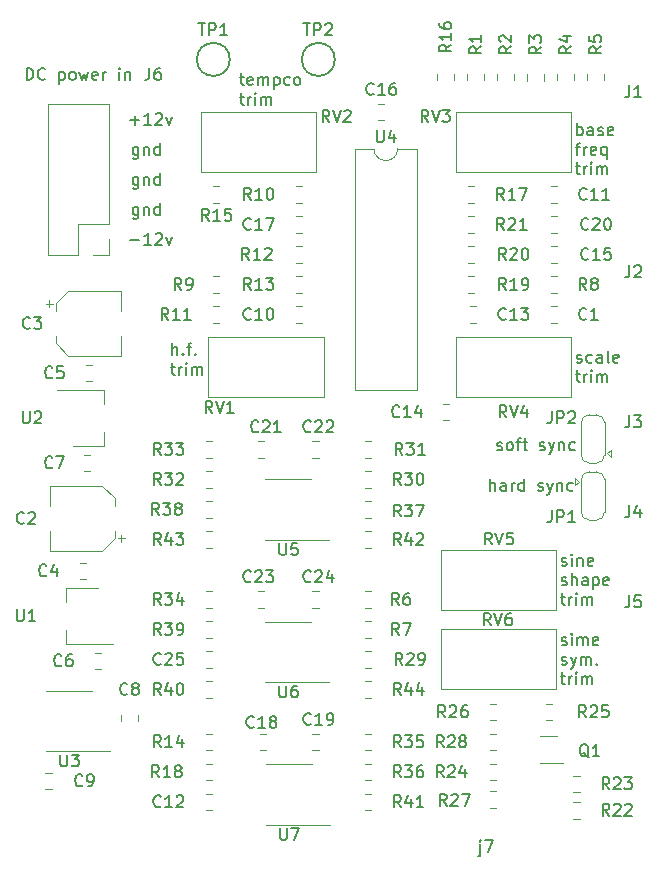
<source format=gbr>
G04 #@! TF.GenerationSoftware,KiCad,Pcbnew,5.1.5-52549c5~84~ubuntu18.04.1*
G04 #@! TF.CreationDate,2020-01-29T17:28:10-05:00*
G04 #@! TF.ProjectId,CEM3340_VCO,43454d33-3334-4305-9f56-434f2e6b6963,rev?*
G04 #@! TF.SameCoordinates,Original*
G04 #@! TF.FileFunction,Legend,Top*
G04 #@! TF.FilePolarity,Positive*
%FSLAX46Y46*%
G04 Gerber Fmt 4.6, Leading zero omitted, Abs format (unit mm)*
G04 Created by KiCad (PCBNEW 5.1.5-52549c5~84~ubuntu18.04.1) date 2020-01-29 17:28:10*
%MOMM*%
%LPD*%
G04 APERTURE LIST*
%ADD10C,0.150000*%
%ADD11C,0.120000*%
G04 APERTURE END LIST*
D10*
X78169047Y-60142380D02*
X78169047Y-59142380D01*
X78407142Y-59142380D01*
X78550000Y-59190000D01*
X78645238Y-59285238D01*
X78692857Y-59380476D01*
X78740476Y-59570952D01*
X78740476Y-59713809D01*
X78692857Y-59904285D01*
X78645238Y-59999523D01*
X78550000Y-60094761D01*
X78407142Y-60142380D01*
X78169047Y-60142380D01*
X79740476Y-60047142D02*
X79692857Y-60094761D01*
X79550000Y-60142380D01*
X79454761Y-60142380D01*
X79311904Y-60094761D01*
X79216666Y-59999523D01*
X79169047Y-59904285D01*
X79121428Y-59713809D01*
X79121428Y-59570952D01*
X79169047Y-59380476D01*
X79216666Y-59285238D01*
X79311904Y-59190000D01*
X79454761Y-59142380D01*
X79550000Y-59142380D01*
X79692857Y-59190000D01*
X79740476Y-59237619D01*
X80930952Y-59475714D02*
X80930952Y-60475714D01*
X80930952Y-59523333D02*
X81026190Y-59475714D01*
X81216666Y-59475714D01*
X81311904Y-59523333D01*
X81359523Y-59570952D01*
X81407142Y-59666190D01*
X81407142Y-59951904D01*
X81359523Y-60047142D01*
X81311904Y-60094761D01*
X81216666Y-60142380D01*
X81026190Y-60142380D01*
X80930952Y-60094761D01*
X81978571Y-60142380D02*
X81883333Y-60094761D01*
X81835714Y-60047142D01*
X81788095Y-59951904D01*
X81788095Y-59666190D01*
X81835714Y-59570952D01*
X81883333Y-59523333D01*
X81978571Y-59475714D01*
X82121428Y-59475714D01*
X82216666Y-59523333D01*
X82264285Y-59570952D01*
X82311904Y-59666190D01*
X82311904Y-59951904D01*
X82264285Y-60047142D01*
X82216666Y-60094761D01*
X82121428Y-60142380D01*
X81978571Y-60142380D01*
X82645238Y-59475714D02*
X82835714Y-60142380D01*
X83026190Y-59666190D01*
X83216666Y-60142380D01*
X83407142Y-59475714D01*
X84169047Y-60094761D02*
X84073809Y-60142380D01*
X83883333Y-60142380D01*
X83788095Y-60094761D01*
X83740476Y-59999523D01*
X83740476Y-59618571D01*
X83788095Y-59523333D01*
X83883333Y-59475714D01*
X84073809Y-59475714D01*
X84169047Y-59523333D01*
X84216666Y-59618571D01*
X84216666Y-59713809D01*
X83740476Y-59809047D01*
X84645238Y-60142380D02*
X84645238Y-59475714D01*
X84645238Y-59666190D02*
X84692857Y-59570952D01*
X84740476Y-59523333D01*
X84835714Y-59475714D01*
X84930952Y-59475714D01*
X86026190Y-60142380D02*
X86026190Y-59475714D01*
X86026190Y-59142380D02*
X85978571Y-59190000D01*
X86026190Y-59237619D01*
X86073809Y-59190000D01*
X86026190Y-59142380D01*
X86026190Y-59237619D01*
X86502380Y-59475714D02*
X86502380Y-60142380D01*
X86502380Y-59570952D02*
X86550000Y-59523333D01*
X86645238Y-59475714D01*
X86788095Y-59475714D01*
X86883333Y-59523333D01*
X86930952Y-59618571D01*
X86930952Y-60142380D01*
X117427809Y-94940380D02*
X117427809Y-93940380D01*
X117856380Y-94940380D02*
X117856380Y-94416571D01*
X117808761Y-94321333D01*
X117713523Y-94273714D01*
X117570666Y-94273714D01*
X117475428Y-94321333D01*
X117427809Y-94368952D01*
X118761142Y-94940380D02*
X118761142Y-94416571D01*
X118713523Y-94321333D01*
X118618285Y-94273714D01*
X118427809Y-94273714D01*
X118332571Y-94321333D01*
X118761142Y-94892761D02*
X118665904Y-94940380D01*
X118427809Y-94940380D01*
X118332571Y-94892761D01*
X118284952Y-94797523D01*
X118284952Y-94702285D01*
X118332571Y-94607047D01*
X118427809Y-94559428D01*
X118665904Y-94559428D01*
X118761142Y-94511809D01*
X119237333Y-94940380D02*
X119237333Y-94273714D01*
X119237333Y-94464190D02*
X119284952Y-94368952D01*
X119332571Y-94321333D01*
X119427809Y-94273714D01*
X119523047Y-94273714D01*
X120284952Y-94940380D02*
X120284952Y-93940380D01*
X120284952Y-94892761D02*
X120189714Y-94940380D01*
X119999238Y-94940380D01*
X119904000Y-94892761D01*
X119856380Y-94845142D01*
X119808761Y-94749904D01*
X119808761Y-94464190D01*
X119856380Y-94368952D01*
X119904000Y-94321333D01*
X119999238Y-94273714D01*
X120189714Y-94273714D01*
X120284952Y-94321333D01*
X121475428Y-94892761D02*
X121570666Y-94940380D01*
X121761142Y-94940380D01*
X121856380Y-94892761D01*
X121904000Y-94797523D01*
X121904000Y-94749904D01*
X121856380Y-94654666D01*
X121761142Y-94607047D01*
X121618285Y-94607047D01*
X121523047Y-94559428D01*
X121475428Y-94464190D01*
X121475428Y-94416571D01*
X121523047Y-94321333D01*
X121618285Y-94273714D01*
X121761142Y-94273714D01*
X121856380Y-94321333D01*
X122237333Y-94273714D02*
X122475428Y-94940380D01*
X122713523Y-94273714D02*
X122475428Y-94940380D01*
X122380190Y-95178476D01*
X122332571Y-95226095D01*
X122237333Y-95273714D01*
X123094476Y-94273714D02*
X123094476Y-94940380D01*
X123094476Y-94368952D02*
X123142095Y-94321333D01*
X123237333Y-94273714D01*
X123380190Y-94273714D01*
X123475428Y-94321333D01*
X123523047Y-94416571D01*
X123523047Y-94940380D01*
X124427809Y-94892761D02*
X124332571Y-94940380D01*
X124142095Y-94940380D01*
X124046857Y-94892761D01*
X123999238Y-94845142D01*
X123951619Y-94749904D01*
X123951619Y-94464190D01*
X123999238Y-94368952D01*
X124046857Y-94321333D01*
X124142095Y-94273714D01*
X124332571Y-94273714D01*
X124427809Y-94321333D01*
X117999285Y-91463761D02*
X118094523Y-91511380D01*
X118285000Y-91511380D01*
X118380238Y-91463761D01*
X118427857Y-91368523D01*
X118427857Y-91320904D01*
X118380238Y-91225666D01*
X118285000Y-91178047D01*
X118142142Y-91178047D01*
X118046904Y-91130428D01*
X117999285Y-91035190D01*
X117999285Y-90987571D01*
X118046904Y-90892333D01*
X118142142Y-90844714D01*
X118285000Y-90844714D01*
X118380238Y-90892333D01*
X118999285Y-91511380D02*
X118904047Y-91463761D01*
X118856428Y-91416142D01*
X118808809Y-91320904D01*
X118808809Y-91035190D01*
X118856428Y-90939952D01*
X118904047Y-90892333D01*
X118999285Y-90844714D01*
X119142142Y-90844714D01*
X119237380Y-90892333D01*
X119285000Y-90939952D01*
X119332619Y-91035190D01*
X119332619Y-91320904D01*
X119285000Y-91416142D01*
X119237380Y-91463761D01*
X119142142Y-91511380D01*
X118999285Y-91511380D01*
X119618333Y-90844714D02*
X119999285Y-90844714D01*
X119761190Y-91511380D02*
X119761190Y-90654238D01*
X119808809Y-90559000D01*
X119904047Y-90511380D01*
X119999285Y-90511380D01*
X120189761Y-90844714D02*
X120570714Y-90844714D01*
X120332619Y-90511380D02*
X120332619Y-91368523D01*
X120380238Y-91463761D01*
X120475476Y-91511380D01*
X120570714Y-91511380D01*
X121618333Y-91463761D02*
X121713571Y-91511380D01*
X121904047Y-91511380D01*
X121999285Y-91463761D01*
X122046904Y-91368523D01*
X122046904Y-91320904D01*
X121999285Y-91225666D01*
X121904047Y-91178047D01*
X121761190Y-91178047D01*
X121665952Y-91130428D01*
X121618333Y-91035190D01*
X121618333Y-90987571D01*
X121665952Y-90892333D01*
X121761190Y-90844714D01*
X121904047Y-90844714D01*
X121999285Y-90892333D01*
X122380238Y-90844714D02*
X122618333Y-91511380D01*
X122856428Y-90844714D02*
X122618333Y-91511380D01*
X122523095Y-91749476D01*
X122475476Y-91797095D01*
X122380238Y-91844714D01*
X123237380Y-90844714D02*
X123237380Y-91511380D01*
X123237380Y-90939952D02*
X123285000Y-90892333D01*
X123380238Y-90844714D01*
X123523095Y-90844714D01*
X123618333Y-90892333D01*
X123665952Y-90987571D01*
X123665952Y-91511380D01*
X124570714Y-91463761D02*
X124475476Y-91511380D01*
X124285000Y-91511380D01*
X124189761Y-91463761D01*
X124142142Y-91416142D01*
X124094523Y-91320904D01*
X124094523Y-91035190D01*
X124142142Y-90939952D01*
X124189761Y-90892333D01*
X124285000Y-90844714D01*
X124475476Y-90844714D01*
X124570714Y-90892333D01*
X86949595Y-73731428D02*
X87711500Y-73731428D01*
X88711500Y-74112380D02*
X88140071Y-74112380D01*
X88425785Y-74112380D02*
X88425785Y-73112380D01*
X88330547Y-73255238D01*
X88235309Y-73350476D01*
X88140071Y-73398095D01*
X89092452Y-73207619D02*
X89140071Y-73160000D01*
X89235309Y-73112380D01*
X89473404Y-73112380D01*
X89568642Y-73160000D01*
X89616261Y-73207619D01*
X89663880Y-73302857D01*
X89663880Y-73398095D01*
X89616261Y-73540952D01*
X89044833Y-74112380D01*
X89663880Y-74112380D01*
X89997214Y-73445714D02*
X90235309Y-74112380D01*
X90473404Y-73445714D01*
X87632166Y-70905714D02*
X87632166Y-71715238D01*
X87584547Y-71810476D01*
X87536928Y-71858095D01*
X87441690Y-71905714D01*
X87298833Y-71905714D01*
X87203595Y-71858095D01*
X87632166Y-71524761D02*
X87536928Y-71572380D01*
X87346452Y-71572380D01*
X87251214Y-71524761D01*
X87203595Y-71477142D01*
X87155976Y-71381904D01*
X87155976Y-71096190D01*
X87203595Y-71000952D01*
X87251214Y-70953333D01*
X87346452Y-70905714D01*
X87536928Y-70905714D01*
X87632166Y-70953333D01*
X88108357Y-70905714D02*
X88108357Y-71572380D01*
X88108357Y-71000952D02*
X88155976Y-70953333D01*
X88251214Y-70905714D01*
X88394071Y-70905714D01*
X88489309Y-70953333D01*
X88536928Y-71048571D01*
X88536928Y-71572380D01*
X89441690Y-71572380D02*
X89441690Y-70572380D01*
X89441690Y-71524761D02*
X89346452Y-71572380D01*
X89155976Y-71572380D01*
X89060738Y-71524761D01*
X89013119Y-71477142D01*
X88965500Y-71381904D01*
X88965500Y-71096190D01*
X89013119Y-71000952D01*
X89060738Y-70953333D01*
X89155976Y-70905714D01*
X89346452Y-70905714D01*
X89441690Y-70953333D01*
X87632166Y-68365714D02*
X87632166Y-69175238D01*
X87584547Y-69270476D01*
X87536928Y-69318095D01*
X87441690Y-69365714D01*
X87298833Y-69365714D01*
X87203595Y-69318095D01*
X87632166Y-68984761D02*
X87536928Y-69032380D01*
X87346452Y-69032380D01*
X87251214Y-68984761D01*
X87203595Y-68937142D01*
X87155976Y-68841904D01*
X87155976Y-68556190D01*
X87203595Y-68460952D01*
X87251214Y-68413333D01*
X87346452Y-68365714D01*
X87536928Y-68365714D01*
X87632166Y-68413333D01*
X88108357Y-68365714D02*
X88108357Y-69032380D01*
X88108357Y-68460952D02*
X88155976Y-68413333D01*
X88251214Y-68365714D01*
X88394071Y-68365714D01*
X88489309Y-68413333D01*
X88536928Y-68508571D01*
X88536928Y-69032380D01*
X89441690Y-69032380D02*
X89441690Y-68032380D01*
X89441690Y-68984761D02*
X89346452Y-69032380D01*
X89155976Y-69032380D01*
X89060738Y-68984761D01*
X89013119Y-68937142D01*
X88965500Y-68841904D01*
X88965500Y-68556190D01*
X89013119Y-68460952D01*
X89060738Y-68413333D01*
X89155976Y-68365714D01*
X89346452Y-68365714D01*
X89441690Y-68413333D01*
X87632166Y-65825714D02*
X87632166Y-66635238D01*
X87584547Y-66730476D01*
X87536928Y-66778095D01*
X87441690Y-66825714D01*
X87298833Y-66825714D01*
X87203595Y-66778095D01*
X87632166Y-66444761D02*
X87536928Y-66492380D01*
X87346452Y-66492380D01*
X87251214Y-66444761D01*
X87203595Y-66397142D01*
X87155976Y-66301904D01*
X87155976Y-66016190D01*
X87203595Y-65920952D01*
X87251214Y-65873333D01*
X87346452Y-65825714D01*
X87536928Y-65825714D01*
X87632166Y-65873333D01*
X88108357Y-65825714D02*
X88108357Y-66492380D01*
X88108357Y-65920952D02*
X88155976Y-65873333D01*
X88251214Y-65825714D01*
X88394071Y-65825714D01*
X88489309Y-65873333D01*
X88536928Y-65968571D01*
X88536928Y-66492380D01*
X89441690Y-66492380D02*
X89441690Y-65492380D01*
X89441690Y-66444761D02*
X89346452Y-66492380D01*
X89155976Y-66492380D01*
X89060738Y-66444761D01*
X89013119Y-66397142D01*
X88965500Y-66301904D01*
X88965500Y-66016190D01*
X89013119Y-65920952D01*
X89060738Y-65873333D01*
X89155976Y-65825714D01*
X89346452Y-65825714D01*
X89441690Y-65873333D01*
X86949595Y-63571428D02*
X87711500Y-63571428D01*
X87330547Y-63952380D02*
X87330547Y-63190476D01*
X88711500Y-63952380D02*
X88140071Y-63952380D01*
X88425785Y-63952380D02*
X88425785Y-62952380D01*
X88330547Y-63095238D01*
X88235309Y-63190476D01*
X88140071Y-63238095D01*
X89092452Y-63047619D02*
X89140071Y-63000000D01*
X89235309Y-62952380D01*
X89473404Y-62952380D01*
X89568642Y-63000000D01*
X89616261Y-63047619D01*
X89663880Y-63142857D01*
X89663880Y-63238095D01*
X89616261Y-63380952D01*
X89044833Y-63952380D01*
X89663880Y-63952380D01*
X89997214Y-63285714D02*
X90235309Y-63952380D01*
X90473404Y-63285714D01*
X123477976Y-107974761D02*
X123573214Y-108022380D01*
X123763690Y-108022380D01*
X123858928Y-107974761D01*
X123906547Y-107879523D01*
X123906547Y-107831904D01*
X123858928Y-107736666D01*
X123763690Y-107689047D01*
X123620833Y-107689047D01*
X123525595Y-107641428D01*
X123477976Y-107546190D01*
X123477976Y-107498571D01*
X123525595Y-107403333D01*
X123620833Y-107355714D01*
X123763690Y-107355714D01*
X123858928Y-107403333D01*
X124335119Y-108022380D02*
X124335119Y-107355714D01*
X124335119Y-107022380D02*
X124287500Y-107070000D01*
X124335119Y-107117619D01*
X124382738Y-107070000D01*
X124335119Y-107022380D01*
X124335119Y-107117619D01*
X124811309Y-108022380D02*
X124811309Y-107355714D01*
X124811309Y-107450952D02*
X124858928Y-107403333D01*
X124954166Y-107355714D01*
X125097023Y-107355714D01*
X125192261Y-107403333D01*
X125239880Y-107498571D01*
X125239880Y-108022380D01*
X125239880Y-107498571D02*
X125287500Y-107403333D01*
X125382738Y-107355714D01*
X125525595Y-107355714D01*
X125620833Y-107403333D01*
X125668452Y-107498571D01*
X125668452Y-108022380D01*
X126525595Y-107974761D02*
X126430357Y-108022380D01*
X126239880Y-108022380D01*
X126144642Y-107974761D01*
X126097023Y-107879523D01*
X126097023Y-107498571D01*
X126144642Y-107403333D01*
X126239880Y-107355714D01*
X126430357Y-107355714D01*
X126525595Y-107403333D01*
X126573214Y-107498571D01*
X126573214Y-107593809D01*
X126097023Y-107689047D01*
X123477976Y-109624761D02*
X123573214Y-109672380D01*
X123763690Y-109672380D01*
X123858928Y-109624761D01*
X123906547Y-109529523D01*
X123906547Y-109481904D01*
X123858928Y-109386666D01*
X123763690Y-109339047D01*
X123620833Y-109339047D01*
X123525595Y-109291428D01*
X123477976Y-109196190D01*
X123477976Y-109148571D01*
X123525595Y-109053333D01*
X123620833Y-109005714D01*
X123763690Y-109005714D01*
X123858928Y-109053333D01*
X124239880Y-109005714D02*
X124477976Y-109672380D01*
X124716071Y-109005714D02*
X124477976Y-109672380D01*
X124382738Y-109910476D01*
X124335119Y-109958095D01*
X124239880Y-110005714D01*
X125097023Y-109672380D02*
X125097023Y-109005714D01*
X125097023Y-109100952D02*
X125144642Y-109053333D01*
X125239880Y-109005714D01*
X125382738Y-109005714D01*
X125477976Y-109053333D01*
X125525595Y-109148571D01*
X125525595Y-109672380D01*
X125525595Y-109148571D02*
X125573214Y-109053333D01*
X125668452Y-109005714D01*
X125811309Y-109005714D01*
X125906547Y-109053333D01*
X125954166Y-109148571D01*
X125954166Y-109672380D01*
X126430357Y-109577142D02*
X126477976Y-109624761D01*
X126430357Y-109672380D01*
X126382738Y-109624761D01*
X126430357Y-109577142D01*
X126430357Y-109672380D01*
X123382738Y-110655714D02*
X123763690Y-110655714D01*
X123525595Y-110322380D02*
X123525595Y-111179523D01*
X123573214Y-111274761D01*
X123668452Y-111322380D01*
X123763690Y-111322380D01*
X124097023Y-111322380D02*
X124097023Y-110655714D01*
X124097023Y-110846190D02*
X124144642Y-110750952D01*
X124192261Y-110703333D01*
X124287500Y-110655714D01*
X124382738Y-110655714D01*
X124716071Y-111322380D02*
X124716071Y-110655714D01*
X124716071Y-110322380D02*
X124668452Y-110370000D01*
X124716071Y-110417619D01*
X124763690Y-110370000D01*
X124716071Y-110322380D01*
X124716071Y-110417619D01*
X125192261Y-111322380D02*
X125192261Y-110655714D01*
X125192261Y-110750952D02*
X125239880Y-110703333D01*
X125335119Y-110655714D01*
X125477976Y-110655714D01*
X125573214Y-110703333D01*
X125620833Y-110798571D01*
X125620833Y-111322380D01*
X125620833Y-110798571D02*
X125668452Y-110703333D01*
X125763690Y-110655714D01*
X125906547Y-110655714D01*
X126001785Y-110703333D01*
X126049404Y-110798571D01*
X126049404Y-111322380D01*
X123477976Y-101243761D02*
X123573214Y-101291380D01*
X123763690Y-101291380D01*
X123858928Y-101243761D01*
X123906547Y-101148523D01*
X123906547Y-101100904D01*
X123858928Y-101005666D01*
X123763690Y-100958047D01*
X123620833Y-100958047D01*
X123525595Y-100910428D01*
X123477976Y-100815190D01*
X123477976Y-100767571D01*
X123525595Y-100672333D01*
X123620833Y-100624714D01*
X123763690Y-100624714D01*
X123858928Y-100672333D01*
X124335119Y-101291380D02*
X124335119Y-100624714D01*
X124335119Y-100291380D02*
X124287500Y-100339000D01*
X124335119Y-100386619D01*
X124382738Y-100339000D01*
X124335119Y-100291380D01*
X124335119Y-100386619D01*
X124811309Y-100624714D02*
X124811309Y-101291380D01*
X124811309Y-100719952D02*
X124858928Y-100672333D01*
X124954166Y-100624714D01*
X125097023Y-100624714D01*
X125192261Y-100672333D01*
X125239880Y-100767571D01*
X125239880Y-101291380D01*
X126097023Y-101243761D02*
X126001785Y-101291380D01*
X125811309Y-101291380D01*
X125716071Y-101243761D01*
X125668452Y-101148523D01*
X125668452Y-100767571D01*
X125716071Y-100672333D01*
X125811309Y-100624714D01*
X126001785Y-100624714D01*
X126097023Y-100672333D01*
X126144642Y-100767571D01*
X126144642Y-100862809D01*
X125668452Y-100958047D01*
X123477976Y-102893761D02*
X123573214Y-102941380D01*
X123763690Y-102941380D01*
X123858928Y-102893761D01*
X123906547Y-102798523D01*
X123906547Y-102750904D01*
X123858928Y-102655666D01*
X123763690Y-102608047D01*
X123620833Y-102608047D01*
X123525595Y-102560428D01*
X123477976Y-102465190D01*
X123477976Y-102417571D01*
X123525595Y-102322333D01*
X123620833Y-102274714D01*
X123763690Y-102274714D01*
X123858928Y-102322333D01*
X124335119Y-102941380D02*
X124335119Y-101941380D01*
X124763690Y-102941380D02*
X124763690Y-102417571D01*
X124716071Y-102322333D01*
X124620833Y-102274714D01*
X124477976Y-102274714D01*
X124382738Y-102322333D01*
X124335119Y-102369952D01*
X125668452Y-102941380D02*
X125668452Y-102417571D01*
X125620833Y-102322333D01*
X125525595Y-102274714D01*
X125335119Y-102274714D01*
X125239880Y-102322333D01*
X125668452Y-102893761D02*
X125573214Y-102941380D01*
X125335119Y-102941380D01*
X125239880Y-102893761D01*
X125192261Y-102798523D01*
X125192261Y-102703285D01*
X125239880Y-102608047D01*
X125335119Y-102560428D01*
X125573214Y-102560428D01*
X125668452Y-102512809D01*
X126144642Y-102274714D02*
X126144642Y-103274714D01*
X126144642Y-102322333D02*
X126239880Y-102274714D01*
X126430357Y-102274714D01*
X126525595Y-102322333D01*
X126573214Y-102369952D01*
X126620833Y-102465190D01*
X126620833Y-102750904D01*
X126573214Y-102846142D01*
X126525595Y-102893761D01*
X126430357Y-102941380D01*
X126239880Y-102941380D01*
X126144642Y-102893761D01*
X127430357Y-102893761D02*
X127335119Y-102941380D01*
X127144642Y-102941380D01*
X127049404Y-102893761D01*
X127001785Y-102798523D01*
X127001785Y-102417571D01*
X127049404Y-102322333D01*
X127144642Y-102274714D01*
X127335119Y-102274714D01*
X127430357Y-102322333D01*
X127477976Y-102417571D01*
X127477976Y-102512809D01*
X127001785Y-102608047D01*
X123382738Y-103924714D02*
X123763690Y-103924714D01*
X123525595Y-103591380D02*
X123525595Y-104448523D01*
X123573214Y-104543761D01*
X123668452Y-104591380D01*
X123763690Y-104591380D01*
X124097023Y-104591380D02*
X124097023Y-103924714D01*
X124097023Y-104115190D02*
X124144642Y-104019952D01*
X124192261Y-103972333D01*
X124287500Y-103924714D01*
X124382738Y-103924714D01*
X124716071Y-104591380D02*
X124716071Y-103924714D01*
X124716071Y-103591380D02*
X124668452Y-103639000D01*
X124716071Y-103686619D01*
X124763690Y-103639000D01*
X124716071Y-103591380D01*
X124716071Y-103686619D01*
X125192261Y-104591380D02*
X125192261Y-103924714D01*
X125192261Y-104019952D02*
X125239880Y-103972333D01*
X125335119Y-103924714D01*
X125477976Y-103924714D01*
X125573214Y-103972333D01*
X125620833Y-104067571D01*
X125620833Y-104591380D01*
X125620833Y-104067571D02*
X125668452Y-103972333D01*
X125763690Y-103924714D01*
X125906547Y-103924714D01*
X126001785Y-103972333D01*
X126049404Y-104067571D01*
X126049404Y-104591380D01*
X90505595Y-83447380D02*
X90505595Y-82447380D01*
X90934166Y-83447380D02*
X90934166Y-82923571D01*
X90886547Y-82828333D01*
X90791309Y-82780714D01*
X90648452Y-82780714D01*
X90553214Y-82828333D01*
X90505595Y-82875952D01*
X91410357Y-83352142D02*
X91457976Y-83399761D01*
X91410357Y-83447380D01*
X91362738Y-83399761D01*
X91410357Y-83352142D01*
X91410357Y-83447380D01*
X91743690Y-82780714D02*
X92124642Y-82780714D01*
X91886547Y-83447380D02*
X91886547Y-82590238D01*
X91934166Y-82495000D01*
X92029404Y-82447380D01*
X92124642Y-82447380D01*
X92457976Y-83352142D02*
X92505595Y-83399761D01*
X92457976Y-83447380D01*
X92410357Y-83399761D01*
X92457976Y-83352142D01*
X92457976Y-83447380D01*
X90362738Y-84430714D02*
X90743690Y-84430714D01*
X90505595Y-84097380D02*
X90505595Y-84954523D01*
X90553214Y-85049761D01*
X90648452Y-85097380D01*
X90743690Y-85097380D01*
X91077023Y-85097380D02*
X91077023Y-84430714D01*
X91077023Y-84621190D02*
X91124642Y-84525952D01*
X91172261Y-84478333D01*
X91267500Y-84430714D01*
X91362738Y-84430714D01*
X91696071Y-85097380D02*
X91696071Y-84430714D01*
X91696071Y-84097380D02*
X91648452Y-84145000D01*
X91696071Y-84192619D01*
X91743690Y-84145000D01*
X91696071Y-84097380D01*
X91696071Y-84192619D01*
X92172261Y-85097380D02*
X92172261Y-84430714D01*
X92172261Y-84525952D02*
X92219880Y-84478333D01*
X92315119Y-84430714D01*
X92457976Y-84430714D01*
X92553214Y-84478333D01*
X92600833Y-84573571D01*
X92600833Y-85097380D01*
X92600833Y-84573571D02*
X92648452Y-84478333D01*
X92743690Y-84430714D01*
X92886547Y-84430714D01*
X92981785Y-84478333D01*
X93029404Y-84573571D01*
X93029404Y-85097380D01*
X124795595Y-64842380D02*
X124795595Y-63842380D01*
X124795595Y-64223333D02*
X124890833Y-64175714D01*
X125081309Y-64175714D01*
X125176547Y-64223333D01*
X125224166Y-64270952D01*
X125271785Y-64366190D01*
X125271785Y-64651904D01*
X125224166Y-64747142D01*
X125176547Y-64794761D01*
X125081309Y-64842380D01*
X124890833Y-64842380D01*
X124795595Y-64794761D01*
X126128928Y-64842380D02*
X126128928Y-64318571D01*
X126081309Y-64223333D01*
X125986071Y-64175714D01*
X125795595Y-64175714D01*
X125700357Y-64223333D01*
X126128928Y-64794761D02*
X126033690Y-64842380D01*
X125795595Y-64842380D01*
X125700357Y-64794761D01*
X125652738Y-64699523D01*
X125652738Y-64604285D01*
X125700357Y-64509047D01*
X125795595Y-64461428D01*
X126033690Y-64461428D01*
X126128928Y-64413809D01*
X126557500Y-64794761D02*
X126652738Y-64842380D01*
X126843214Y-64842380D01*
X126938452Y-64794761D01*
X126986071Y-64699523D01*
X126986071Y-64651904D01*
X126938452Y-64556666D01*
X126843214Y-64509047D01*
X126700357Y-64509047D01*
X126605119Y-64461428D01*
X126557500Y-64366190D01*
X126557500Y-64318571D01*
X126605119Y-64223333D01*
X126700357Y-64175714D01*
X126843214Y-64175714D01*
X126938452Y-64223333D01*
X127795595Y-64794761D02*
X127700357Y-64842380D01*
X127509880Y-64842380D01*
X127414642Y-64794761D01*
X127367023Y-64699523D01*
X127367023Y-64318571D01*
X127414642Y-64223333D01*
X127509880Y-64175714D01*
X127700357Y-64175714D01*
X127795595Y-64223333D01*
X127843214Y-64318571D01*
X127843214Y-64413809D01*
X127367023Y-64509047D01*
X124652738Y-65825714D02*
X125033690Y-65825714D01*
X124795595Y-66492380D02*
X124795595Y-65635238D01*
X124843214Y-65540000D01*
X124938452Y-65492380D01*
X125033690Y-65492380D01*
X125367023Y-66492380D02*
X125367023Y-65825714D01*
X125367023Y-66016190D02*
X125414642Y-65920952D01*
X125462261Y-65873333D01*
X125557500Y-65825714D01*
X125652738Y-65825714D01*
X126367023Y-66444761D02*
X126271785Y-66492380D01*
X126081309Y-66492380D01*
X125986071Y-66444761D01*
X125938452Y-66349523D01*
X125938452Y-65968571D01*
X125986071Y-65873333D01*
X126081309Y-65825714D01*
X126271785Y-65825714D01*
X126367023Y-65873333D01*
X126414642Y-65968571D01*
X126414642Y-66063809D01*
X125938452Y-66159047D01*
X127271785Y-65825714D02*
X127271785Y-66825714D01*
X127271785Y-66444761D02*
X127176547Y-66492380D01*
X126986071Y-66492380D01*
X126890833Y-66444761D01*
X126843214Y-66397142D01*
X126795595Y-66301904D01*
X126795595Y-66016190D01*
X126843214Y-65920952D01*
X126890833Y-65873333D01*
X126986071Y-65825714D01*
X127176547Y-65825714D01*
X127271785Y-65873333D01*
X124652738Y-67475714D02*
X125033690Y-67475714D01*
X124795595Y-67142380D02*
X124795595Y-67999523D01*
X124843214Y-68094761D01*
X124938452Y-68142380D01*
X125033690Y-68142380D01*
X125367023Y-68142380D02*
X125367023Y-67475714D01*
X125367023Y-67666190D02*
X125414642Y-67570952D01*
X125462261Y-67523333D01*
X125557500Y-67475714D01*
X125652738Y-67475714D01*
X125986071Y-68142380D02*
X125986071Y-67475714D01*
X125986071Y-67142380D02*
X125938452Y-67190000D01*
X125986071Y-67237619D01*
X126033690Y-67190000D01*
X125986071Y-67142380D01*
X125986071Y-67237619D01*
X126462261Y-68142380D02*
X126462261Y-67475714D01*
X126462261Y-67570952D02*
X126509880Y-67523333D01*
X126605119Y-67475714D01*
X126747976Y-67475714D01*
X126843214Y-67523333D01*
X126890833Y-67618571D01*
X126890833Y-68142380D01*
X126890833Y-67618571D02*
X126938452Y-67523333D01*
X127033690Y-67475714D01*
X127176547Y-67475714D01*
X127271785Y-67523333D01*
X127319404Y-67618571D01*
X127319404Y-68142380D01*
X96204738Y-59920714D02*
X96585690Y-59920714D01*
X96347595Y-59587380D02*
X96347595Y-60444523D01*
X96395214Y-60539761D01*
X96490452Y-60587380D01*
X96585690Y-60587380D01*
X97299976Y-60539761D02*
X97204738Y-60587380D01*
X97014261Y-60587380D01*
X96919023Y-60539761D01*
X96871404Y-60444523D01*
X96871404Y-60063571D01*
X96919023Y-59968333D01*
X97014261Y-59920714D01*
X97204738Y-59920714D01*
X97299976Y-59968333D01*
X97347595Y-60063571D01*
X97347595Y-60158809D01*
X96871404Y-60254047D01*
X97776166Y-60587380D02*
X97776166Y-59920714D01*
X97776166Y-60015952D02*
X97823785Y-59968333D01*
X97919023Y-59920714D01*
X98061880Y-59920714D01*
X98157119Y-59968333D01*
X98204738Y-60063571D01*
X98204738Y-60587380D01*
X98204738Y-60063571D02*
X98252357Y-59968333D01*
X98347595Y-59920714D01*
X98490452Y-59920714D01*
X98585690Y-59968333D01*
X98633309Y-60063571D01*
X98633309Y-60587380D01*
X99109500Y-59920714D02*
X99109500Y-60920714D01*
X99109500Y-59968333D02*
X99204738Y-59920714D01*
X99395214Y-59920714D01*
X99490452Y-59968333D01*
X99538071Y-60015952D01*
X99585690Y-60111190D01*
X99585690Y-60396904D01*
X99538071Y-60492142D01*
X99490452Y-60539761D01*
X99395214Y-60587380D01*
X99204738Y-60587380D01*
X99109500Y-60539761D01*
X100442833Y-60539761D02*
X100347595Y-60587380D01*
X100157119Y-60587380D01*
X100061880Y-60539761D01*
X100014261Y-60492142D01*
X99966642Y-60396904D01*
X99966642Y-60111190D01*
X100014261Y-60015952D01*
X100061880Y-59968333D01*
X100157119Y-59920714D01*
X100347595Y-59920714D01*
X100442833Y-59968333D01*
X101014261Y-60587380D02*
X100919023Y-60539761D01*
X100871404Y-60492142D01*
X100823785Y-60396904D01*
X100823785Y-60111190D01*
X100871404Y-60015952D01*
X100919023Y-59968333D01*
X101014261Y-59920714D01*
X101157119Y-59920714D01*
X101252357Y-59968333D01*
X101299976Y-60015952D01*
X101347595Y-60111190D01*
X101347595Y-60396904D01*
X101299976Y-60492142D01*
X101252357Y-60539761D01*
X101157119Y-60587380D01*
X101014261Y-60587380D01*
X96204738Y-61570714D02*
X96585690Y-61570714D01*
X96347595Y-61237380D02*
X96347595Y-62094523D01*
X96395214Y-62189761D01*
X96490452Y-62237380D01*
X96585690Y-62237380D01*
X96919023Y-62237380D02*
X96919023Y-61570714D01*
X96919023Y-61761190D02*
X96966642Y-61665952D01*
X97014261Y-61618333D01*
X97109500Y-61570714D01*
X97204738Y-61570714D01*
X97538071Y-62237380D02*
X97538071Y-61570714D01*
X97538071Y-61237380D02*
X97490452Y-61285000D01*
X97538071Y-61332619D01*
X97585690Y-61285000D01*
X97538071Y-61237380D01*
X97538071Y-61332619D01*
X98014261Y-62237380D02*
X98014261Y-61570714D01*
X98014261Y-61665952D02*
X98061880Y-61618333D01*
X98157119Y-61570714D01*
X98299976Y-61570714D01*
X98395214Y-61618333D01*
X98442833Y-61713571D01*
X98442833Y-62237380D01*
X98442833Y-61713571D02*
X98490452Y-61618333D01*
X98585690Y-61570714D01*
X98728547Y-61570714D01*
X98823785Y-61618333D01*
X98871404Y-61713571D01*
X98871404Y-62237380D01*
X124747976Y-84034761D02*
X124843214Y-84082380D01*
X125033690Y-84082380D01*
X125128928Y-84034761D01*
X125176547Y-83939523D01*
X125176547Y-83891904D01*
X125128928Y-83796666D01*
X125033690Y-83749047D01*
X124890833Y-83749047D01*
X124795595Y-83701428D01*
X124747976Y-83606190D01*
X124747976Y-83558571D01*
X124795595Y-83463333D01*
X124890833Y-83415714D01*
X125033690Y-83415714D01*
X125128928Y-83463333D01*
X126033690Y-84034761D02*
X125938452Y-84082380D01*
X125747976Y-84082380D01*
X125652738Y-84034761D01*
X125605119Y-83987142D01*
X125557500Y-83891904D01*
X125557500Y-83606190D01*
X125605119Y-83510952D01*
X125652738Y-83463333D01*
X125747976Y-83415714D01*
X125938452Y-83415714D01*
X126033690Y-83463333D01*
X126890833Y-84082380D02*
X126890833Y-83558571D01*
X126843214Y-83463333D01*
X126747976Y-83415714D01*
X126557500Y-83415714D01*
X126462261Y-83463333D01*
X126890833Y-84034761D02*
X126795595Y-84082380D01*
X126557500Y-84082380D01*
X126462261Y-84034761D01*
X126414642Y-83939523D01*
X126414642Y-83844285D01*
X126462261Y-83749047D01*
X126557500Y-83701428D01*
X126795595Y-83701428D01*
X126890833Y-83653809D01*
X127509880Y-84082380D02*
X127414642Y-84034761D01*
X127367023Y-83939523D01*
X127367023Y-83082380D01*
X128271785Y-84034761D02*
X128176547Y-84082380D01*
X127986071Y-84082380D01*
X127890833Y-84034761D01*
X127843214Y-83939523D01*
X127843214Y-83558571D01*
X127890833Y-83463333D01*
X127986071Y-83415714D01*
X128176547Y-83415714D01*
X128271785Y-83463333D01*
X128319404Y-83558571D01*
X128319404Y-83653809D01*
X127843214Y-83749047D01*
X124652738Y-85065714D02*
X125033690Y-85065714D01*
X124795595Y-84732380D02*
X124795595Y-85589523D01*
X124843214Y-85684761D01*
X124938452Y-85732380D01*
X125033690Y-85732380D01*
X125367023Y-85732380D02*
X125367023Y-85065714D01*
X125367023Y-85256190D02*
X125414642Y-85160952D01*
X125462261Y-85113333D01*
X125557500Y-85065714D01*
X125652738Y-85065714D01*
X125986071Y-85732380D02*
X125986071Y-85065714D01*
X125986071Y-84732380D02*
X125938452Y-84780000D01*
X125986071Y-84827619D01*
X126033690Y-84780000D01*
X125986071Y-84732380D01*
X125986071Y-84827619D01*
X126462261Y-85732380D02*
X126462261Y-85065714D01*
X126462261Y-85160952D02*
X126509880Y-85113333D01*
X126605119Y-85065714D01*
X126747976Y-85065714D01*
X126843214Y-85113333D01*
X126890833Y-85208571D01*
X126890833Y-85732380D01*
X126890833Y-85208571D02*
X126938452Y-85113333D01*
X127033690Y-85065714D01*
X127176547Y-85065714D01*
X127271785Y-85113333D01*
X127319404Y-85208571D01*
X127319404Y-85732380D01*
D11*
X93540000Y-86985000D02*
X93540000Y-81915000D01*
X103310000Y-86985000D02*
X103310000Y-81915000D01*
X103310000Y-81915000D02*
X93540000Y-81915000D01*
X103310000Y-86985000D02*
X93540000Y-86985000D01*
X117413248Y-121804500D02*
X117935752Y-121804500D01*
X117413248Y-120384500D02*
X117935752Y-120384500D01*
X124984252Y-119051000D02*
X124461748Y-119051000D01*
X124984252Y-120471000D02*
X124461748Y-120471000D01*
X124461748Y-122693500D02*
X124984252Y-122693500D01*
X124461748Y-121273500D02*
X124984252Y-121273500D01*
X113225000Y-111750000D02*
X113225000Y-106680000D01*
X122995000Y-111750000D02*
X122995000Y-106680000D01*
X122995000Y-106680000D02*
X113225000Y-106680000D01*
X122995000Y-111750000D02*
X113225000Y-111750000D01*
X111235000Y-65980000D02*
X109585000Y-65980000D01*
X111235000Y-86420000D02*
X111235000Y-65980000D01*
X105935000Y-86420000D02*
X111235000Y-86420000D01*
X105935000Y-65980000D02*
X105935000Y-86420000D01*
X107585000Y-65980000D02*
X105935000Y-65980000D01*
X109585000Y-65980000D02*
G75*
G02X107585000Y-65980000I-1000000J0D01*
G01*
X81788000Y-116987000D02*
X85238000Y-116987000D01*
X81788000Y-116987000D02*
X79838000Y-116987000D01*
X81788000Y-111867000D02*
X83738000Y-111867000D01*
X81788000Y-111867000D02*
X79838000Y-111867000D01*
X84763000Y-86373000D02*
X84763000Y-87573000D01*
X80763000Y-86373000D02*
X84763000Y-86373000D01*
X84763000Y-91173000D02*
X82063000Y-91173000D01*
X84763000Y-89973000D02*
X84763000Y-91173000D01*
X81480000Y-107937000D02*
X81480000Y-106737000D01*
X85480000Y-107937000D02*
X81480000Y-107937000D01*
X81480000Y-103137000D02*
X84180000Y-103137000D01*
X81480000Y-104337000D02*
X81480000Y-103137000D01*
D10*
X104270000Y-58420000D02*
G75*
G03X104270000Y-58420000I-1400000J0D01*
G01*
X95380000Y-58420000D02*
G75*
G03X95380000Y-58420000I-1400000J0D01*
G01*
D11*
X113225000Y-105019000D02*
X113225000Y-99949000D01*
X122995000Y-105019000D02*
X122995000Y-99949000D01*
X122995000Y-99949000D02*
X113225000Y-99949000D01*
X122995000Y-105019000D02*
X113225000Y-105019000D01*
X124265000Y-81925000D02*
X124265000Y-86995000D01*
X114495000Y-81925000D02*
X114495000Y-86995000D01*
X114495000Y-86995000D02*
X124265000Y-86995000D01*
X114495000Y-81925000D02*
X124265000Y-81925000D01*
X114495000Y-67935000D02*
X114495000Y-62865000D01*
X124265000Y-67935000D02*
X124265000Y-62865000D01*
X124265000Y-62865000D02*
X114495000Y-62865000D01*
X124265000Y-67935000D02*
X114495000Y-67935000D01*
X102675000Y-62875000D02*
X102675000Y-67945000D01*
X92905000Y-62875000D02*
X92905000Y-67945000D01*
X92905000Y-67945000D02*
X102675000Y-67945000D01*
X92905000Y-62875000D02*
X102675000Y-62875000D01*
X106808748Y-112470000D02*
X107331252Y-112470000D01*
X106808748Y-111050000D02*
X107331252Y-111050000D01*
X93328748Y-99770000D02*
X93851252Y-99770000D01*
X93328748Y-98350000D02*
X93851252Y-98350000D01*
X107331252Y-98350000D02*
X106808748Y-98350000D01*
X107331252Y-99770000D02*
X106808748Y-99770000D01*
X107331252Y-120575000D02*
X106808748Y-120575000D01*
X107331252Y-121995000D02*
X106808748Y-121995000D01*
X93328748Y-112470000D02*
X93851252Y-112470000D01*
X93328748Y-111050000D02*
X93851252Y-111050000D01*
X93328748Y-107390000D02*
X93851252Y-107390000D01*
X93328748Y-105970000D02*
X93851252Y-105970000D01*
X93328748Y-97230000D02*
X93851252Y-97230000D01*
X93328748Y-95810000D02*
X93851252Y-95810000D01*
X107331252Y-95810000D02*
X106808748Y-95810000D01*
X107331252Y-97230000D02*
X106808748Y-97230000D01*
X106808748Y-119455000D02*
X107331252Y-119455000D01*
X106808748Y-118035000D02*
X107331252Y-118035000D01*
X107331252Y-115495000D02*
X106808748Y-115495000D01*
X107331252Y-116915000D02*
X106808748Y-116915000D01*
X93851252Y-103430000D02*
X93328748Y-103430000D01*
X93851252Y-104850000D02*
X93328748Y-104850000D01*
X93851252Y-90730000D02*
X93328748Y-90730000D01*
X93851252Y-92150000D02*
X93328748Y-92150000D01*
X93851252Y-93270000D02*
X93328748Y-93270000D01*
X93851252Y-94690000D02*
X93328748Y-94690000D01*
X106808748Y-92150000D02*
X107331252Y-92150000D01*
X106808748Y-90730000D02*
X107331252Y-90730000D01*
X106808748Y-94690000D02*
X107331252Y-94690000D01*
X106808748Y-93270000D02*
X107331252Y-93270000D01*
X107331252Y-108510000D02*
X106808748Y-108510000D01*
X107331252Y-109930000D02*
X106808748Y-109930000D01*
X117413248Y-116915000D02*
X117935752Y-116915000D01*
X117413248Y-115495000D02*
X117935752Y-115495000D01*
X117935752Y-112955000D02*
X117413248Y-112955000D01*
X117935752Y-114375000D02*
X117413248Y-114375000D01*
X122625752Y-112955000D02*
X122103248Y-112955000D01*
X122625752Y-114375000D02*
X122103248Y-114375000D01*
X117413248Y-119455000D02*
X117935752Y-119455000D01*
X117413248Y-118035000D02*
X117935752Y-118035000D01*
X115553748Y-73100000D02*
X116076252Y-73100000D01*
X115553748Y-71680000D02*
X116076252Y-71680000D01*
X116076252Y-74220000D02*
X115553748Y-74220000D01*
X116076252Y-75640000D02*
X115553748Y-75640000D01*
X116076252Y-76760000D02*
X115553748Y-76760000D01*
X116076252Y-78180000D02*
X115553748Y-78180000D01*
X93328748Y-119455000D02*
X93851252Y-119455000D01*
X93328748Y-118035000D02*
X93851252Y-118035000D01*
X116076252Y-69140000D02*
X115553748Y-69140000D01*
X116076252Y-70560000D02*
X115553748Y-70560000D01*
X114375000Y-60196252D02*
X114375000Y-59673748D01*
X112955000Y-60196252D02*
X112955000Y-59673748D01*
X94486252Y-69140000D02*
X93963748Y-69140000D01*
X94486252Y-70560000D02*
X93963748Y-70560000D01*
X93851252Y-115495000D02*
X93328748Y-115495000D01*
X93851252Y-116915000D02*
X93328748Y-116915000D01*
X101471252Y-76760000D02*
X100948748Y-76760000D01*
X101471252Y-78180000D02*
X100948748Y-78180000D01*
X101471252Y-74220000D02*
X100948748Y-74220000D01*
X101471252Y-75640000D02*
X100948748Y-75640000D01*
X94486252Y-79300000D02*
X93963748Y-79300000D01*
X94486252Y-80720000D02*
X93963748Y-80720000D01*
X101471252Y-69140000D02*
X100948748Y-69140000D01*
X101471252Y-70560000D02*
X100948748Y-70560000D01*
X94486252Y-76760000D02*
X93963748Y-76760000D01*
X94486252Y-78180000D02*
X93963748Y-78180000D01*
X122538748Y-78180000D02*
X123061252Y-78180000D01*
X122538748Y-76760000D02*
X123061252Y-76760000D01*
X106808748Y-107390000D02*
X107331252Y-107390000D01*
X106808748Y-105970000D02*
X107331252Y-105970000D01*
X106808748Y-104850000D02*
X107331252Y-104850000D01*
X106808748Y-103430000D02*
X107331252Y-103430000D01*
X123115000Y-59673748D02*
X123115000Y-60196252D01*
X124535000Y-59673748D02*
X124535000Y-60196252D01*
X125655000Y-59673748D02*
X125655000Y-60196252D01*
X127075000Y-59673748D02*
X127075000Y-60196252D01*
X115495000Y-59673748D02*
X115495000Y-60196252D01*
X116915000Y-59673748D02*
X116915000Y-60196252D01*
X118035000Y-59673748D02*
X118035000Y-60196252D01*
X119455000Y-59673748D02*
X119455000Y-60196252D01*
X120575000Y-59691748D02*
X120575000Y-60214252D01*
X121995000Y-59691748D02*
X121995000Y-60214252D01*
X125811000Y-92601000D02*
G75*
G02X125111000Y-91901000I0J700000D01*
G01*
X127111000Y-91901000D02*
G75*
G02X126411000Y-92601000I-700000J0D01*
G01*
X126411000Y-88501000D02*
G75*
G02X127111000Y-89201000I0J-700000D01*
G01*
X125111000Y-89201000D02*
G75*
G02X125811000Y-88501000I700000J0D01*
G01*
X125111000Y-91951000D02*
X125111000Y-89151000D01*
X125811000Y-88501000D02*
X126411000Y-88501000D01*
X127111000Y-89151000D02*
X127111000Y-91951000D01*
X126411000Y-92601000D02*
X125811000Y-92601000D01*
X127311000Y-91751000D02*
X127611000Y-92051000D01*
X127611000Y-92051000D02*
X127611000Y-91451000D01*
X127311000Y-91751000D02*
X127611000Y-91451000D01*
X126411000Y-93327000D02*
G75*
G02X127111000Y-94027000I0J-700000D01*
G01*
X125111000Y-94027000D02*
G75*
G02X125811000Y-93327000I700000J0D01*
G01*
X125811000Y-97427000D02*
G75*
G02X125111000Y-96727000I0J700000D01*
G01*
X127111000Y-96727000D02*
G75*
G02X126411000Y-97427000I-700000J0D01*
G01*
X127111000Y-93977000D02*
X127111000Y-96777000D01*
X126411000Y-97427000D02*
X125811000Y-97427000D01*
X125111000Y-96777000D02*
X125111000Y-93977000D01*
X125811000Y-93327000D02*
X126411000Y-93327000D01*
X124911000Y-94177000D02*
X124611000Y-93877000D01*
X124611000Y-93877000D02*
X124611000Y-94477000D01*
X124911000Y-94177000D02*
X124611000Y-94477000D01*
X93328748Y-109930000D02*
X93851252Y-109930000D01*
X93328748Y-108510000D02*
X93851252Y-108510000D01*
X102886252Y-103430000D02*
X102363748Y-103430000D01*
X102886252Y-104850000D02*
X102363748Y-104850000D01*
X98296252Y-103430000D02*
X97773748Y-103430000D01*
X98296252Y-104850000D02*
X97773748Y-104850000D01*
X102886252Y-90730000D02*
X102363748Y-90730000D01*
X102886252Y-92150000D02*
X102363748Y-92150000D01*
X98296252Y-90730000D02*
X97773748Y-90730000D01*
X98296252Y-92150000D02*
X97773748Y-92150000D01*
X122538748Y-73100000D02*
X123061252Y-73100000D01*
X122538748Y-71680000D02*
X123061252Y-71680000D01*
X102886252Y-115495000D02*
X102363748Y-115495000D01*
X102886252Y-116915000D02*
X102363748Y-116915000D01*
X98441252Y-115495000D02*
X97918748Y-115495000D01*
X98441252Y-116915000D02*
X97918748Y-116915000D01*
X100948748Y-73100000D02*
X101471252Y-73100000D01*
X100948748Y-71680000D02*
X101471252Y-71680000D01*
X108456252Y-62155000D02*
X107933748Y-62155000D01*
X108456252Y-63575000D02*
X107933748Y-63575000D01*
X122538748Y-75640000D02*
X123061252Y-75640000D01*
X122538748Y-74220000D02*
X123061252Y-74220000D01*
X113935252Y-87555000D02*
X113412748Y-87555000D01*
X113935252Y-88975000D02*
X113412748Y-88975000D01*
X116221252Y-79300000D02*
X115698748Y-79300000D01*
X116221252Y-80720000D02*
X115698748Y-80720000D01*
X93328748Y-121995000D02*
X93851252Y-121995000D01*
X93328748Y-120575000D02*
X93851252Y-120575000D01*
X122538748Y-70560000D02*
X123061252Y-70560000D01*
X122538748Y-69140000D02*
X123061252Y-69140000D01*
X101471252Y-79300000D02*
X100948748Y-79300000D01*
X101471252Y-80720000D02*
X100948748Y-80720000D01*
X79757748Y-120217000D02*
X80280252Y-120217000D01*
X79757748Y-118797000D02*
X80280252Y-118797000D01*
X86158000Y-113920748D02*
X86158000Y-114443252D01*
X87578000Y-113920748D02*
X87578000Y-114443252D01*
X83564252Y-91873000D02*
X83041748Y-91873000D01*
X83564252Y-93293000D02*
X83041748Y-93293000D01*
X83948748Y-110057000D02*
X84471252Y-110057000D01*
X83948748Y-108637000D02*
X84471252Y-108637000D01*
X83186748Y-85673000D02*
X83709252Y-85673000D01*
X83186748Y-84253000D02*
X83709252Y-84253000D01*
X83201252Y-101017000D02*
X82678748Y-101017000D01*
X83201252Y-102437000D02*
X82678748Y-102437000D01*
X80085500Y-78774500D02*
X80085500Y-79399500D01*
X79773000Y-79087000D02*
X80398000Y-79087000D01*
X80638000Y-82467563D02*
X81702437Y-83532000D01*
X80638000Y-79076437D02*
X81702437Y-78012000D01*
X80638000Y-79076437D02*
X80638000Y-79712000D01*
X80638000Y-82467563D02*
X80638000Y-81832000D01*
X81702437Y-83532000D02*
X86158000Y-83532000D01*
X81702437Y-78012000D02*
X86158000Y-78012000D01*
X86158000Y-78012000D02*
X86158000Y-79712000D01*
X86158000Y-83532000D02*
X86158000Y-81832000D01*
X86202500Y-99279500D02*
X86202500Y-98654500D01*
X86515000Y-98967000D02*
X85890000Y-98967000D01*
X85650000Y-95586437D02*
X84585563Y-94522000D01*
X85650000Y-98977563D02*
X84585563Y-100042000D01*
X85650000Y-98977563D02*
X85650000Y-98342000D01*
X85650000Y-95586437D02*
X85650000Y-96222000D01*
X84585563Y-94522000D02*
X80130000Y-94522000D01*
X84585563Y-100042000D02*
X80130000Y-100042000D01*
X80130000Y-100042000D02*
X80130000Y-98342000D01*
X80130000Y-94522000D02*
X80130000Y-96222000D01*
X122538748Y-80720000D02*
X123061252Y-80720000D01*
X122538748Y-79300000D02*
X123061252Y-79300000D01*
X121664500Y-118000000D02*
X123564500Y-118000000D01*
X123064500Y-115680000D02*
X121664500Y-115680000D01*
X100330000Y-93960000D02*
X98380000Y-93960000D01*
X100330000Y-93960000D02*
X102280000Y-93960000D01*
X100330000Y-99080000D02*
X98380000Y-99080000D01*
X100330000Y-99080000D02*
X103780000Y-99080000D01*
X100330000Y-111145000D02*
X103780000Y-111145000D01*
X100330000Y-111145000D02*
X98380000Y-111145000D01*
X100330000Y-106025000D02*
X102280000Y-106025000D01*
X100330000Y-106025000D02*
X98380000Y-106025000D01*
X100395000Y-118090000D02*
X98445000Y-118090000D01*
X100395000Y-118090000D02*
X102345000Y-118090000D01*
X100395000Y-123210000D02*
X98445000Y-123210000D01*
X100395000Y-123210000D02*
X103845000Y-123210000D01*
X85150000Y-62170000D02*
X79950000Y-62170000D01*
X85150000Y-72390000D02*
X85150000Y-62170000D01*
X79950000Y-74990000D02*
X79950000Y-62170000D01*
X85150000Y-72390000D02*
X82550000Y-72390000D01*
X82550000Y-72390000D02*
X82550000Y-74990000D01*
X82550000Y-74990000D02*
X79950000Y-74990000D01*
X85150000Y-73660000D02*
X85150000Y-74990000D01*
X85150000Y-74990000D02*
X83820000Y-74990000D01*
D10*
X93892761Y-88336380D02*
X93559428Y-87860190D01*
X93321333Y-88336380D02*
X93321333Y-87336380D01*
X93702285Y-87336380D01*
X93797523Y-87384000D01*
X93845142Y-87431619D01*
X93892761Y-87526857D01*
X93892761Y-87669714D01*
X93845142Y-87764952D01*
X93797523Y-87812571D01*
X93702285Y-87860190D01*
X93321333Y-87860190D01*
X94178476Y-87336380D02*
X94511809Y-88336380D01*
X94845142Y-87336380D01*
X95702285Y-88336380D02*
X95130857Y-88336380D01*
X95416571Y-88336380D02*
X95416571Y-87336380D01*
X95321333Y-87479238D01*
X95226095Y-87574476D01*
X95130857Y-87622095D01*
X113720642Y-121610380D02*
X113387309Y-121134190D01*
X113149214Y-121610380D02*
X113149214Y-120610380D01*
X113530166Y-120610380D01*
X113625404Y-120658000D01*
X113673023Y-120705619D01*
X113720642Y-120800857D01*
X113720642Y-120943714D01*
X113673023Y-121038952D01*
X113625404Y-121086571D01*
X113530166Y-121134190D01*
X113149214Y-121134190D01*
X114101595Y-120705619D02*
X114149214Y-120658000D01*
X114244452Y-120610380D01*
X114482547Y-120610380D01*
X114577785Y-120658000D01*
X114625404Y-120705619D01*
X114673023Y-120800857D01*
X114673023Y-120896095D01*
X114625404Y-121038952D01*
X114053976Y-121610380D01*
X114673023Y-121610380D01*
X115006357Y-120610380D02*
X115673023Y-120610380D01*
X115244452Y-121610380D01*
X127500142Y-120213380D02*
X127166809Y-119737190D01*
X126928714Y-120213380D02*
X126928714Y-119213380D01*
X127309666Y-119213380D01*
X127404904Y-119261000D01*
X127452523Y-119308619D01*
X127500142Y-119403857D01*
X127500142Y-119546714D01*
X127452523Y-119641952D01*
X127404904Y-119689571D01*
X127309666Y-119737190D01*
X126928714Y-119737190D01*
X127881095Y-119308619D02*
X127928714Y-119261000D01*
X128023952Y-119213380D01*
X128262047Y-119213380D01*
X128357285Y-119261000D01*
X128404904Y-119308619D01*
X128452523Y-119403857D01*
X128452523Y-119499095D01*
X128404904Y-119641952D01*
X127833476Y-120213380D01*
X128452523Y-120213380D01*
X128785857Y-119213380D02*
X129404904Y-119213380D01*
X129071571Y-119594333D01*
X129214428Y-119594333D01*
X129309666Y-119641952D01*
X129357285Y-119689571D01*
X129404904Y-119784809D01*
X129404904Y-120022904D01*
X129357285Y-120118142D01*
X129309666Y-120165761D01*
X129214428Y-120213380D01*
X128928714Y-120213380D01*
X128833476Y-120165761D01*
X128785857Y-120118142D01*
X127500142Y-122435880D02*
X127166809Y-121959690D01*
X126928714Y-122435880D02*
X126928714Y-121435880D01*
X127309666Y-121435880D01*
X127404904Y-121483500D01*
X127452523Y-121531119D01*
X127500142Y-121626357D01*
X127500142Y-121769214D01*
X127452523Y-121864452D01*
X127404904Y-121912071D01*
X127309666Y-121959690D01*
X126928714Y-121959690D01*
X127881095Y-121531119D02*
X127928714Y-121483500D01*
X128023952Y-121435880D01*
X128262047Y-121435880D01*
X128357285Y-121483500D01*
X128404904Y-121531119D01*
X128452523Y-121626357D01*
X128452523Y-121721595D01*
X128404904Y-121864452D01*
X127833476Y-122435880D01*
X128452523Y-122435880D01*
X128833476Y-121531119D02*
X128881095Y-121483500D01*
X128976333Y-121435880D01*
X129214428Y-121435880D01*
X129309666Y-121483500D01*
X129357285Y-121531119D01*
X129404904Y-121626357D01*
X129404904Y-121721595D01*
X129357285Y-121864452D01*
X128785857Y-122435880D01*
X129404904Y-122435880D01*
X117463961Y-106319580D02*
X117130628Y-105843390D01*
X116892533Y-106319580D02*
X116892533Y-105319580D01*
X117273485Y-105319580D01*
X117368723Y-105367200D01*
X117416342Y-105414819D01*
X117463961Y-105510057D01*
X117463961Y-105652914D01*
X117416342Y-105748152D01*
X117368723Y-105795771D01*
X117273485Y-105843390D01*
X116892533Y-105843390D01*
X117749676Y-105319580D02*
X118083009Y-106319580D01*
X118416342Y-105319580D01*
X119178247Y-105319580D02*
X118987771Y-105319580D01*
X118892533Y-105367200D01*
X118844914Y-105414819D01*
X118749676Y-105557676D01*
X118702057Y-105748152D01*
X118702057Y-106129104D01*
X118749676Y-106224342D01*
X118797295Y-106271961D01*
X118892533Y-106319580D01*
X119083009Y-106319580D01*
X119178247Y-106271961D01*
X119225866Y-106224342D01*
X119273485Y-106129104D01*
X119273485Y-105891009D01*
X119225866Y-105795771D01*
X119178247Y-105748152D01*
X119083009Y-105700533D01*
X118892533Y-105700533D01*
X118797295Y-105748152D01*
X118749676Y-105795771D01*
X118702057Y-105891009D01*
X107823095Y-64432380D02*
X107823095Y-65241904D01*
X107870714Y-65337142D01*
X107918333Y-65384761D01*
X108013571Y-65432380D01*
X108204047Y-65432380D01*
X108299285Y-65384761D01*
X108346904Y-65337142D01*
X108394523Y-65241904D01*
X108394523Y-64432380D01*
X109299285Y-64765714D02*
X109299285Y-65432380D01*
X109061190Y-64384761D02*
X108823095Y-65099047D01*
X109442142Y-65099047D01*
X81026095Y-117279380D02*
X81026095Y-118088904D01*
X81073714Y-118184142D01*
X81121333Y-118231761D01*
X81216571Y-118279380D01*
X81407047Y-118279380D01*
X81502285Y-118231761D01*
X81549904Y-118184142D01*
X81597523Y-118088904D01*
X81597523Y-117279380D01*
X81978476Y-117279380D02*
X82597523Y-117279380D01*
X82264190Y-117660333D01*
X82407047Y-117660333D01*
X82502285Y-117707952D01*
X82549904Y-117755571D01*
X82597523Y-117850809D01*
X82597523Y-118088904D01*
X82549904Y-118184142D01*
X82502285Y-118231761D01*
X82407047Y-118279380D01*
X82121333Y-118279380D01*
X82026095Y-118231761D01*
X81978476Y-118184142D01*
X77851095Y-88225380D02*
X77851095Y-89034904D01*
X77898714Y-89130142D01*
X77946333Y-89177761D01*
X78041571Y-89225380D01*
X78232047Y-89225380D01*
X78327285Y-89177761D01*
X78374904Y-89130142D01*
X78422523Y-89034904D01*
X78422523Y-88225380D01*
X78851095Y-88320619D02*
X78898714Y-88273000D01*
X78993952Y-88225380D01*
X79232047Y-88225380D01*
X79327285Y-88273000D01*
X79374904Y-88320619D01*
X79422523Y-88415857D01*
X79422523Y-88511095D01*
X79374904Y-88653952D01*
X78803476Y-89225380D01*
X79422523Y-89225380D01*
X77343095Y-104989380D02*
X77343095Y-105798904D01*
X77390714Y-105894142D01*
X77438333Y-105941761D01*
X77533571Y-105989380D01*
X77724047Y-105989380D01*
X77819285Y-105941761D01*
X77866904Y-105894142D01*
X77914523Y-105798904D01*
X77914523Y-104989380D01*
X78914523Y-105989380D02*
X78343095Y-105989380D01*
X78628809Y-105989380D02*
X78628809Y-104989380D01*
X78533571Y-105132238D01*
X78438333Y-105227476D01*
X78343095Y-105275095D01*
X101608095Y-55372380D02*
X102179523Y-55372380D01*
X101893809Y-56372380D02*
X101893809Y-55372380D01*
X102512857Y-56372380D02*
X102512857Y-55372380D01*
X102893809Y-55372380D01*
X102989047Y-55420000D01*
X103036666Y-55467619D01*
X103084285Y-55562857D01*
X103084285Y-55705714D01*
X103036666Y-55800952D01*
X102989047Y-55848571D01*
X102893809Y-55896190D01*
X102512857Y-55896190D01*
X103465238Y-55467619D02*
X103512857Y-55420000D01*
X103608095Y-55372380D01*
X103846190Y-55372380D01*
X103941428Y-55420000D01*
X103989047Y-55467619D01*
X104036666Y-55562857D01*
X104036666Y-55658095D01*
X103989047Y-55800952D01*
X103417619Y-56372380D01*
X104036666Y-56372380D01*
X92718095Y-55372380D02*
X93289523Y-55372380D01*
X93003809Y-56372380D02*
X93003809Y-55372380D01*
X93622857Y-56372380D02*
X93622857Y-55372380D01*
X94003809Y-55372380D01*
X94099047Y-55420000D01*
X94146666Y-55467619D01*
X94194285Y-55562857D01*
X94194285Y-55705714D01*
X94146666Y-55800952D01*
X94099047Y-55848571D01*
X94003809Y-55896190D01*
X93622857Y-55896190D01*
X95146666Y-56372380D02*
X94575238Y-56372380D01*
X94860952Y-56372380D02*
X94860952Y-55372380D01*
X94765714Y-55515238D01*
X94670476Y-55610476D01*
X94575238Y-55658095D01*
X117565561Y-99486980D02*
X117232228Y-99010790D01*
X116994133Y-99486980D02*
X116994133Y-98486980D01*
X117375085Y-98486980D01*
X117470323Y-98534600D01*
X117517942Y-98582219D01*
X117565561Y-98677457D01*
X117565561Y-98820314D01*
X117517942Y-98915552D01*
X117470323Y-98963171D01*
X117375085Y-99010790D01*
X116994133Y-99010790D01*
X117851276Y-98486980D02*
X118184609Y-99486980D01*
X118517942Y-98486980D01*
X119327466Y-98486980D02*
X118851276Y-98486980D01*
X118803657Y-98963171D01*
X118851276Y-98915552D01*
X118946514Y-98867933D01*
X119184609Y-98867933D01*
X119279847Y-98915552D01*
X119327466Y-98963171D01*
X119375085Y-99058409D01*
X119375085Y-99296504D01*
X119327466Y-99391742D01*
X119279847Y-99439361D01*
X119184609Y-99486980D01*
X118946514Y-99486980D01*
X118851276Y-99439361D01*
X118803657Y-99391742D01*
X118784761Y-88717380D02*
X118451428Y-88241190D01*
X118213333Y-88717380D02*
X118213333Y-87717380D01*
X118594285Y-87717380D01*
X118689523Y-87765000D01*
X118737142Y-87812619D01*
X118784761Y-87907857D01*
X118784761Y-88050714D01*
X118737142Y-88145952D01*
X118689523Y-88193571D01*
X118594285Y-88241190D01*
X118213333Y-88241190D01*
X119070476Y-87717380D02*
X119403809Y-88717380D01*
X119737142Y-87717380D01*
X120499047Y-88050714D02*
X120499047Y-88717380D01*
X120260952Y-87669761D02*
X120022857Y-88384047D01*
X120641904Y-88384047D01*
X112180761Y-63698380D02*
X111847428Y-63222190D01*
X111609333Y-63698380D02*
X111609333Y-62698380D01*
X111990285Y-62698380D01*
X112085523Y-62746000D01*
X112133142Y-62793619D01*
X112180761Y-62888857D01*
X112180761Y-63031714D01*
X112133142Y-63126952D01*
X112085523Y-63174571D01*
X111990285Y-63222190D01*
X111609333Y-63222190D01*
X112466476Y-62698380D02*
X112799809Y-63698380D01*
X113133142Y-62698380D01*
X113371238Y-62698380D02*
X113990285Y-62698380D01*
X113656952Y-63079333D01*
X113799809Y-63079333D01*
X113895047Y-63126952D01*
X113942666Y-63174571D01*
X113990285Y-63269809D01*
X113990285Y-63507904D01*
X113942666Y-63603142D01*
X113895047Y-63650761D01*
X113799809Y-63698380D01*
X113514095Y-63698380D01*
X113418857Y-63650761D01*
X113371238Y-63603142D01*
X103798761Y-63698380D02*
X103465428Y-63222190D01*
X103227333Y-63698380D02*
X103227333Y-62698380D01*
X103608285Y-62698380D01*
X103703523Y-62746000D01*
X103751142Y-62793619D01*
X103798761Y-62888857D01*
X103798761Y-63031714D01*
X103751142Y-63126952D01*
X103703523Y-63174571D01*
X103608285Y-63222190D01*
X103227333Y-63222190D01*
X104084476Y-62698380D02*
X104417809Y-63698380D01*
X104751142Y-62698380D01*
X105036857Y-62793619D02*
X105084476Y-62746000D01*
X105179714Y-62698380D01*
X105417809Y-62698380D01*
X105513047Y-62746000D01*
X105560666Y-62793619D01*
X105608285Y-62888857D01*
X105608285Y-62984095D01*
X105560666Y-63126952D01*
X104989238Y-63698380D01*
X105608285Y-63698380D01*
X109847142Y-112212380D02*
X109513809Y-111736190D01*
X109275714Y-112212380D02*
X109275714Y-111212380D01*
X109656666Y-111212380D01*
X109751904Y-111260000D01*
X109799523Y-111307619D01*
X109847142Y-111402857D01*
X109847142Y-111545714D01*
X109799523Y-111640952D01*
X109751904Y-111688571D01*
X109656666Y-111736190D01*
X109275714Y-111736190D01*
X110704285Y-111545714D02*
X110704285Y-112212380D01*
X110466190Y-111164761D02*
X110228095Y-111879047D01*
X110847142Y-111879047D01*
X111656666Y-111545714D02*
X111656666Y-112212380D01*
X111418571Y-111164761D02*
X111180476Y-111879047D01*
X111799523Y-111879047D01*
X89527142Y-99512380D02*
X89193809Y-99036190D01*
X88955714Y-99512380D02*
X88955714Y-98512380D01*
X89336666Y-98512380D01*
X89431904Y-98560000D01*
X89479523Y-98607619D01*
X89527142Y-98702857D01*
X89527142Y-98845714D01*
X89479523Y-98940952D01*
X89431904Y-98988571D01*
X89336666Y-99036190D01*
X88955714Y-99036190D01*
X90384285Y-98845714D02*
X90384285Y-99512380D01*
X90146190Y-98464761D02*
X89908095Y-99179047D01*
X90527142Y-99179047D01*
X90812857Y-98512380D02*
X91431904Y-98512380D01*
X91098571Y-98893333D01*
X91241428Y-98893333D01*
X91336666Y-98940952D01*
X91384285Y-98988571D01*
X91431904Y-99083809D01*
X91431904Y-99321904D01*
X91384285Y-99417142D01*
X91336666Y-99464761D01*
X91241428Y-99512380D01*
X90955714Y-99512380D01*
X90860476Y-99464761D01*
X90812857Y-99417142D01*
X109847142Y-99512380D02*
X109513809Y-99036190D01*
X109275714Y-99512380D02*
X109275714Y-98512380D01*
X109656666Y-98512380D01*
X109751904Y-98560000D01*
X109799523Y-98607619D01*
X109847142Y-98702857D01*
X109847142Y-98845714D01*
X109799523Y-98940952D01*
X109751904Y-98988571D01*
X109656666Y-99036190D01*
X109275714Y-99036190D01*
X110704285Y-98845714D02*
X110704285Y-99512380D01*
X110466190Y-98464761D02*
X110228095Y-99179047D01*
X110847142Y-99179047D01*
X111180476Y-98607619D02*
X111228095Y-98560000D01*
X111323333Y-98512380D01*
X111561428Y-98512380D01*
X111656666Y-98560000D01*
X111704285Y-98607619D01*
X111751904Y-98702857D01*
X111751904Y-98798095D01*
X111704285Y-98940952D01*
X111132857Y-99512380D01*
X111751904Y-99512380D01*
X109847142Y-121737380D02*
X109513809Y-121261190D01*
X109275714Y-121737380D02*
X109275714Y-120737380D01*
X109656666Y-120737380D01*
X109751904Y-120785000D01*
X109799523Y-120832619D01*
X109847142Y-120927857D01*
X109847142Y-121070714D01*
X109799523Y-121165952D01*
X109751904Y-121213571D01*
X109656666Y-121261190D01*
X109275714Y-121261190D01*
X110704285Y-121070714D02*
X110704285Y-121737380D01*
X110466190Y-120689761D02*
X110228095Y-121404047D01*
X110847142Y-121404047D01*
X111751904Y-121737380D02*
X111180476Y-121737380D01*
X111466190Y-121737380D02*
X111466190Y-120737380D01*
X111370952Y-120880238D01*
X111275714Y-120975476D01*
X111180476Y-121023095D01*
X89527142Y-112212380D02*
X89193809Y-111736190D01*
X88955714Y-112212380D02*
X88955714Y-111212380D01*
X89336666Y-111212380D01*
X89431904Y-111260000D01*
X89479523Y-111307619D01*
X89527142Y-111402857D01*
X89527142Y-111545714D01*
X89479523Y-111640952D01*
X89431904Y-111688571D01*
X89336666Y-111736190D01*
X88955714Y-111736190D01*
X90384285Y-111545714D02*
X90384285Y-112212380D01*
X90146190Y-111164761D02*
X89908095Y-111879047D01*
X90527142Y-111879047D01*
X91098571Y-111212380D02*
X91193809Y-111212380D01*
X91289047Y-111260000D01*
X91336666Y-111307619D01*
X91384285Y-111402857D01*
X91431904Y-111593333D01*
X91431904Y-111831428D01*
X91384285Y-112021904D01*
X91336666Y-112117142D01*
X91289047Y-112164761D01*
X91193809Y-112212380D01*
X91098571Y-112212380D01*
X91003333Y-112164761D01*
X90955714Y-112117142D01*
X90908095Y-112021904D01*
X90860476Y-111831428D01*
X90860476Y-111593333D01*
X90908095Y-111402857D01*
X90955714Y-111307619D01*
X91003333Y-111260000D01*
X91098571Y-111212380D01*
X89527142Y-107132380D02*
X89193809Y-106656190D01*
X88955714Y-107132380D02*
X88955714Y-106132380D01*
X89336666Y-106132380D01*
X89431904Y-106180000D01*
X89479523Y-106227619D01*
X89527142Y-106322857D01*
X89527142Y-106465714D01*
X89479523Y-106560952D01*
X89431904Y-106608571D01*
X89336666Y-106656190D01*
X88955714Y-106656190D01*
X89860476Y-106132380D02*
X90479523Y-106132380D01*
X90146190Y-106513333D01*
X90289047Y-106513333D01*
X90384285Y-106560952D01*
X90431904Y-106608571D01*
X90479523Y-106703809D01*
X90479523Y-106941904D01*
X90431904Y-107037142D01*
X90384285Y-107084761D01*
X90289047Y-107132380D01*
X90003333Y-107132380D01*
X89908095Y-107084761D01*
X89860476Y-107037142D01*
X90955714Y-107132380D02*
X91146190Y-107132380D01*
X91241428Y-107084761D01*
X91289047Y-107037142D01*
X91384285Y-106894285D01*
X91431904Y-106703809D01*
X91431904Y-106322857D01*
X91384285Y-106227619D01*
X91336666Y-106180000D01*
X91241428Y-106132380D01*
X91050952Y-106132380D01*
X90955714Y-106180000D01*
X90908095Y-106227619D01*
X90860476Y-106322857D01*
X90860476Y-106560952D01*
X90908095Y-106656190D01*
X90955714Y-106703809D01*
X91050952Y-106751428D01*
X91241428Y-106751428D01*
X91336666Y-106703809D01*
X91384285Y-106656190D01*
X91431904Y-106560952D01*
X89382142Y-96972380D02*
X89048809Y-96496190D01*
X88810714Y-96972380D02*
X88810714Y-95972380D01*
X89191666Y-95972380D01*
X89286904Y-96020000D01*
X89334523Y-96067619D01*
X89382142Y-96162857D01*
X89382142Y-96305714D01*
X89334523Y-96400952D01*
X89286904Y-96448571D01*
X89191666Y-96496190D01*
X88810714Y-96496190D01*
X89715476Y-95972380D02*
X90334523Y-95972380D01*
X90001190Y-96353333D01*
X90144047Y-96353333D01*
X90239285Y-96400952D01*
X90286904Y-96448571D01*
X90334523Y-96543809D01*
X90334523Y-96781904D01*
X90286904Y-96877142D01*
X90239285Y-96924761D01*
X90144047Y-96972380D01*
X89858333Y-96972380D01*
X89763095Y-96924761D01*
X89715476Y-96877142D01*
X90905952Y-96400952D02*
X90810714Y-96353333D01*
X90763095Y-96305714D01*
X90715476Y-96210476D01*
X90715476Y-96162857D01*
X90763095Y-96067619D01*
X90810714Y-96020000D01*
X90905952Y-95972380D01*
X91096428Y-95972380D01*
X91191666Y-96020000D01*
X91239285Y-96067619D01*
X91286904Y-96162857D01*
X91286904Y-96210476D01*
X91239285Y-96305714D01*
X91191666Y-96353333D01*
X91096428Y-96400952D01*
X90905952Y-96400952D01*
X90810714Y-96448571D01*
X90763095Y-96496190D01*
X90715476Y-96591428D01*
X90715476Y-96781904D01*
X90763095Y-96877142D01*
X90810714Y-96924761D01*
X90905952Y-96972380D01*
X91096428Y-96972380D01*
X91191666Y-96924761D01*
X91239285Y-96877142D01*
X91286904Y-96781904D01*
X91286904Y-96591428D01*
X91239285Y-96496190D01*
X91191666Y-96448571D01*
X91096428Y-96400952D01*
X109847142Y-97117380D02*
X109513809Y-96641190D01*
X109275714Y-97117380D02*
X109275714Y-96117380D01*
X109656666Y-96117380D01*
X109751904Y-96165000D01*
X109799523Y-96212619D01*
X109847142Y-96307857D01*
X109847142Y-96450714D01*
X109799523Y-96545952D01*
X109751904Y-96593571D01*
X109656666Y-96641190D01*
X109275714Y-96641190D01*
X110180476Y-96117380D02*
X110799523Y-96117380D01*
X110466190Y-96498333D01*
X110609047Y-96498333D01*
X110704285Y-96545952D01*
X110751904Y-96593571D01*
X110799523Y-96688809D01*
X110799523Y-96926904D01*
X110751904Y-97022142D01*
X110704285Y-97069761D01*
X110609047Y-97117380D01*
X110323333Y-97117380D01*
X110228095Y-97069761D01*
X110180476Y-97022142D01*
X111132857Y-96117380D02*
X111799523Y-96117380D01*
X111370952Y-97117380D01*
X109847142Y-119197380D02*
X109513809Y-118721190D01*
X109275714Y-119197380D02*
X109275714Y-118197380D01*
X109656666Y-118197380D01*
X109751904Y-118245000D01*
X109799523Y-118292619D01*
X109847142Y-118387857D01*
X109847142Y-118530714D01*
X109799523Y-118625952D01*
X109751904Y-118673571D01*
X109656666Y-118721190D01*
X109275714Y-118721190D01*
X110180476Y-118197380D02*
X110799523Y-118197380D01*
X110466190Y-118578333D01*
X110609047Y-118578333D01*
X110704285Y-118625952D01*
X110751904Y-118673571D01*
X110799523Y-118768809D01*
X110799523Y-119006904D01*
X110751904Y-119102142D01*
X110704285Y-119149761D01*
X110609047Y-119197380D01*
X110323333Y-119197380D01*
X110228095Y-119149761D01*
X110180476Y-119102142D01*
X111656666Y-118197380D02*
X111466190Y-118197380D01*
X111370952Y-118245000D01*
X111323333Y-118292619D01*
X111228095Y-118435476D01*
X111180476Y-118625952D01*
X111180476Y-119006904D01*
X111228095Y-119102142D01*
X111275714Y-119149761D01*
X111370952Y-119197380D01*
X111561428Y-119197380D01*
X111656666Y-119149761D01*
X111704285Y-119102142D01*
X111751904Y-119006904D01*
X111751904Y-118768809D01*
X111704285Y-118673571D01*
X111656666Y-118625952D01*
X111561428Y-118578333D01*
X111370952Y-118578333D01*
X111275714Y-118625952D01*
X111228095Y-118673571D01*
X111180476Y-118768809D01*
X109847142Y-116657380D02*
X109513809Y-116181190D01*
X109275714Y-116657380D02*
X109275714Y-115657380D01*
X109656666Y-115657380D01*
X109751904Y-115705000D01*
X109799523Y-115752619D01*
X109847142Y-115847857D01*
X109847142Y-115990714D01*
X109799523Y-116085952D01*
X109751904Y-116133571D01*
X109656666Y-116181190D01*
X109275714Y-116181190D01*
X110180476Y-115657380D02*
X110799523Y-115657380D01*
X110466190Y-116038333D01*
X110609047Y-116038333D01*
X110704285Y-116085952D01*
X110751904Y-116133571D01*
X110799523Y-116228809D01*
X110799523Y-116466904D01*
X110751904Y-116562142D01*
X110704285Y-116609761D01*
X110609047Y-116657380D01*
X110323333Y-116657380D01*
X110228095Y-116609761D01*
X110180476Y-116562142D01*
X111704285Y-115657380D02*
X111228095Y-115657380D01*
X111180476Y-116133571D01*
X111228095Y-116085952D01*
X111323333Y-116038333D01*
X111561428Y-116038333D01*
X111656666Y-116085952D01*
X111704285Y-116133571D01*
X111751904Y-116228809D01*
X111751904Y-116466904D01*
X111704285Y-116562142D01*
X111656666Y-116609761D01*
X111561428Y-116657380D01*
X111323333Y-116657380D01*
X111228095Y-116609761D01*
X111180476Y-116562142D01*
X89527142Y-104592380D02*
X89193809Y-104116190D01*
X88955714Y-104592380D02*
X88955714Y-103592380D01*
X89336666Y-103592380D01*
X89431904Y-103640000D01*
X89479523Y-103687619D01*
X89527142Y-103782857D01*
X89527142Y-103925714D01*
X89479523Y-104020952D01*
X89431904Y-104068571D01*
X89336666Y-104116190D01*
X88955714Y-104116190D01*
X89860476Y-103592380D02*
X90479523Y-103592380D01*
X90146190Y-103973333D01*
X90289047Y-103973333D01*
X90384285Y-104020952D01*
X90431904Y-104068571D01*
X90479523Y-104163809D01*
X90479523Y-104401904D01*
X90431904Y-104497142D01*
X90384285Y-104544761D01*
X90289047Y-104592380D01*
X90003333Y-104592380D01*
X89908095Y-104544761D01*
X89860476Y-104497142D01*
X91336666Y-103925714D02*
X91336666Y-104592380D01*
X91098571Y-103544761D02*
X90860476Y-104259047D01*
X91479523Y-104259047D01*
X89527142Y-91892380D02*
X89193809Y-91416190D01*
X88955714Y-91892380D02*
X88955714Y-90892380D01*
X89336666Y-90892380D01*
X89431904Y-90940000D01*
X89479523Y-90987619D01*
X89527142Y-91082857D01*
X89527142Y-91225714D01*
X89479523Y-91320952D01*
X89431904Y-91368571D01*
X89336666Y-91416190D01*
X88955714Y-91416190D01*
X89860476Y-90892380D02*
X90479523Y-90892380D01*
X90146190Y-91273333D01*
X90289047Y-91273333D01*
X90384285Y-91320952D01*
X90431904Y-91368571D01*
X90479523Y-91463809D01*
X90479523Y-91701904D01*
X90431904Y-91797142D01*
X90384285Y-91844761D01*
X90289047Y-91892380D01*
X90003333Y-91892380D01*
X89908095Y-91844761D01*
X89860476Y-91797142D01*
X90812857Y-90892380D02*
X91431904Y-90892380D01*
X91098571Y-91273333D01*
X91241428Y-91273333D01*
X91336666Y-91320952D01*
X91384285Y-91368571D01*
X91431904Y-91463809D01*
X91431904Y-91701904D01*
X91384285Y-91797142D01*
X91336666Y-91844761D01*
X91241428Y-91892380D01*
X90955714Y-91892380D01*
X90860476Y-91844761D01*
X90812857Y-91797142D01*
X89527142Y-94432380D02*
X89193809Y-93956190D01*
X88955714Y-94432380D02*
X88955714Y-93432380D01*
X89336666Y-93432380D01*
X89431904Y-93480000D01*
X89479523Y-93527619D01*
X89527142Y-93622857D01*
X89527142Y-93765714D01*
X89479523Y-93860952D01*
X89431904Y-93908571D01*
X89336666Y-93956190D01*
X88955714Y-93956190D01*
X89860476Y-93432380D02*
X90479523Y-93432380D01*
X90146190Y-93813333D01*
X90289047Y-93813333D01*
X90384285Y-93860952D01*
X90431904Y-93908571D01*
X90479523Y-94003809D01*
X90479523Y-94241904D01*
X90431904Y-94337142D01*
X90384285Y-94384761D01*
X90289047Y-94432380D01*
X90003333Y-94432380D01*
X89908095Y-94384761D01*
X89860476Y-94337142D01*
X90860476Y-93527619D02*
X90908095Y-93480000D01*
X91003333Y-93432380D01*
X91241428Y-93432380D01*
X91336666Y-93480000D01*
X91384285Y-93527619D01*
X91431904Y-93622857D01*
X91431904Y-93718095D01*
X91384285Y-93860952D01*
X90812857Y-94432380D01*
X91431904Y-94432380D01*
X109992142Y-91892380D02*
X109658809Y-91416190D01*
X109420714Y-91892380D02*
X109420714Y-90892380D01*
X109801666Y-90892380D01*
X109896904Y-90940000D01*
X109944523Y-90987619D01*
X109992142Y-91082857D01*
X109992142Y-91225714D01*
X109944523Y-91320952D01*
X109896904Y-91368571D01*
X109801666Y-91416190D01*
X109420714Y-91416190D01*
X110325476Y-90892380D02*
X110944523Y-90892380D01*
X110611190Y-91273333D01*
X110754047Y-91273333D01*
X110849285Y-91320952D01*
X110896904Y-91368571D01*
X110944523Y-91463809D01*
X110944523Y-91701904D01*
X110896904Y-91797142D01*
X110849285Y-91844761D01*
X110754047Y-91892380D01*
X110468333Y-91892380D01*
X110373095Y-91844761D01*
X110325476Y-91797142D01*
X111896904Y-91892380D02*
X111325476Y-91892380D01*
X111611190Y-91892380D02*
X111611190Y-90892380D01*
X111515952Y-91035238D01*
X111420714Y-91130476D01*
X111325476Y-91178095D01*
X109847142Y-94432380D02*
X109513809Y-93956190D01*
X109275714Y-94432380D02*
X109275714Y-93432380D01*
X109656666Y-93432380D01*
X109751904Y-93480000D01*
X109799523Y-93527619D01*
X109847142Y-93622857D01*
X109847142Y-93765714D01*
X109799523Y-93860952D01*
X109751904Y-93908571D01*
X109656666Y-93956190D01*
X109275714Y-93956190D01*
X110180476Y-93432380D02*
X110799523Y-93432380D01*
X110466190Y-93813333D01*
X110609047Y-93813333D01*
X110704285Y-93860952D01*
X110751904Y-93908571D01*
X110799523Y-94003809D01*
X110799523Y-94241904D01*
X110751904Y-94337142D01*
X110704285Y-94384761D01*
X110609047Y-94432380D01*
X110323333Y-94432380D01*
X110228095Y-94384761D01*
X110180476Y-94337142D01*
X111418571Y-93432380D02*
X111513809Y-93432380D01*
X111609047Y-93480000D01*
X111656666Y-93527619D01*
X111704285Y-93622857D01*
X111751904Y-93813333D01*
X111751904Y-94051428D01*
X111704285Y-94241904D01*
X111656666Y-94337142D01*
X111609047Y-94384761D01*
X111513809Y-94432380D01*
X111418571Y-94432380D01*
X111323333Y-94384761D01*
X111275714Y-94337142D01*
X111228095Y-94241904D01*
X111180476Y-94051428D01*
X111180476Y-93813333D01*
X111228095Y-93622857D01*
X111275714Y-93527619D01*
X111323333Y-93480000D01*
X111418571Y-93432380D01*
X109992142Y-109672380D02*
X109658809Y-109196190D01*
X109420714Y-109672380D02*
X109420714Y-108672380D01*
X109801666Y-108672380D01*
X109896904Y-108720000D01*
X109944523Y-108767619D01*
X109992142Y-108862857D01*
X109992142Y-109005714D01*
X109944523Y-109100952D01*
X109896904Y-109148571D01*
X109801666Y-109196190D01*
X109420714Y-109196190D01*
X110373095Y-108767619D02*
X110420714Y-108720000D01*
X110515952Y-108672380D01*
X110754047Y-108672380D01*
X110849285Y-108720000D01*
X110896904Y-108767619D01*
X110944523Y-108862857D01*
X110944523Y-108958095D01*
X110896904Y-109100952D01*
X110325476Y-109672380D01*
X110944523Y-109672380D01*
X111420714Y-109672380D02*
X111611190Y-109672380D01*
X111706428Y-109624761D01*
X111754047Y-109577142D01*
X111849285Y-109434285D01*
X111896904Y-109243809D01*
X111896904Y-108862857D01*
X111849285Y-108767619D01*
X111801666Y-108720000D01*
X111706428Y-108672380D01*
X111515952Y-108672380D01*
X111420714Y-108720000D01*
X111373095Y-108767619D01*
X111325476Y-108862857D01*
X111325476Y-109100952D01*
X111373095Y-109196190D01*
X111420714Y-109243809D01*
X111515952Y-109291428D01*
X111706428Y-109291428D01*
X111801666Y-109243809D01*
X111849285Y-109196190D01*
X111896904Y-109100952D01*
X113466642Y-116657380D02*
X113133309Y-116181190D01*
X112895214Y-116657380D02*
X112895214Y-115657380D01*
X113276166Y-115657380D01*
X113371404Y-115705000D01*
X113419023Y-115752619D01*
X113466642Y-115847857D01*
X113466642Y-115990714D01*
X113419023Y-116085952D01*
X113371404Y-116133571D01*
X113276166Y-116181190D01*
X112895214Y-116181190D01*
X113847595Y-115752619D02*
X113895214Y-115705000D01*
X113990452Y-115657380D01*
X114228547Y-115657380D01*
X114323785Y-115705000D01*
X114371404Y-115752619D01*
X114419023Y-115847857D01*
X114419023Y-115943095D01*
X114371404Y-116085952D01*
X113799976Y-116657380D01*
X114419023Y-116657380D01*
X114990452Y-116085952D02*
X114895214Y-116038333D01*
X114847595Y-115990714D01*
X114799976Y-115895476D01*
X114799976Y-115847857D01*
X114847595Y-115752619D01*
X114895214Y-115705000D01*
X114990452Y-115657380D01*
X115180928Y-115657380D01*
X115276166Y-115705000D01*
X115323785Y-115752619D01*
X115371404Y-115847857D01*
X115371404Y-115895476D01*
X115323785Y-115990714D01*
X115276166Y-116038333D01*
X115180928Y-116085952D01*
X114990452Y-116085952D01*
X114895214Y-116133571D01*
X114847595Y-116181190D01*
X114799976Y-116276428D01*
X114799976Y-116466904D01*
X114847595Y-116562142D01*
X114895214Y-116609761D01*
X114990452Y-116657380D01*
X115180928Y-116657380D01*
X115276166Y-116609761D01*
X115323785Y-116562142D01*
X115371404Y-116466904D01*
X115371404Y-116276428D01*
X115323785Y-116181190D01*
X115276166Y-116133571D01*
X115180928Y-116085952D01*
X113611642Y-114117380D02*
X113278309Y-113641190D01*
X113040214Y-114117380D02*
X113040214Y-113117380D01*
X113421166Y-113117380D01*
X113516404Y-113165000D01*
X113564023Y-113212619D01*
X113611642Y-113307857D01*
X113611642Y-113450714D01*
X113564023Y-113545952D01*
X113516404Y-113593571D01*
X113421166Y-113641190D01*
X113040214Y-113641190D01*
X113992595Y-113212619D02*
X114040214Y-113165000D01*
X114135452Y-113117380D01*
X114373547Y-113117380D01*
X114468785Y-113165000D01*
X114516404Y-113212619D01*
X114564023Y-113307857D01*
X114564023Y-113403095D01*
X114516404Y-113545952D01*
X113944976Y-114117380D01*
X114564023Y-114117380D01*
X115421166Y-113117380D02*
X115230690Y-113117380D01*
X115135452Y-113165000D01*
X115087833Y-113212619D01*
X114992595Y-113355476D01*
X114944976Y-113545952D01*
X114944976Y-113926904D01*
X114992595Y-114022142D01*
X115040214Y-114069761D01*
X115135452Y-114117380D01*
X115325928Y-114117380D01*
X115421166Y-114069761D01*
X115468785Y-114022142D01*
X115516404Y-113926904D01*
X115516404Y-113688809D01*
X115468785Y-113593571D01*
X115421166Y-113545952D01*
X115325928Y-113498333D01*
X115135452Y-113498333D01*
X115040214Y-113545952D01*
X114992595Y-113593571D01*
X114944976Y-113688809D01*
X125531642Y-114117380D02*
X125198309Y-113641190D01*
X124960214Y-114117380D02*
X124960214Y-113117380D01*
X125341166Y-113117380D01*
X125436404Y-113165000D01*
X125484023Y-113212619D01*
X125531642Y-113307857D01*
X125531642Y-113450714D01*
X125484023Y-113545952D01*
X125436404Y-113593571D01*
X125341166Y-113641190D01*
X124960214Y-113641190D01*
X125912595Y-113212619D02*
X125960214Y-113165000D01*
X126055452Y-113117380D01*
X126293547Y-113117380D01*
X126388785Y-113165000D01*
X126436404Y-113212619D01*
X126484023Y-113307857D01*
X126484023Y-113403095D01*
X126436404Y-113545952D01*
X125864976Y-114117380D01*
X126484023Y-114117380D01*
X127388785Y-113117380D02*
X126912595Y-113117380D01*
X126864976Y-113593571D01*
X126912595Y-113545952D01*
X127007833Y-113498333D01*
X127245928Y-113498333D01*
X127341166Y-113545952D01*
X127388785Y-113593571D01*
X127436404Y-113688809D01*
X127436404Y-113926904D01*
X127388785Y-114022142D01*
X127341166Y-114069761D01*
X127245928Y-114117380D01*
X127007833Y-114117380D01*
X126912595Y-114069761D01*
X126864976Y-114022142D01*
X113466642Y-119197380D02*
X113133309Y-118721190D01*
X112895214Y-119197380D02*
X112895214Y-118197380D01*
X113276166Y-118197380D01*
X113371404Y-118245000D01*
X113419023Y-118292619D01*
X113466642Y-118387857D01*
X113466642Y-118530714D01*
X113419023Y-118625952D01*
X113371404Y-118673571D01*
X113276166Y-118721190D01*
X112895214Y-118721190D01*
X113847595Y-118292619D02*
X113895214Y-118245000D01*
X113990452Y-118197380D01*
X114228547Y-118197380D01*
X114323785Y-118245000D01*
X114371404Y-118292619D01*
X114419023Y-118387857D01*
X114419023Y-118483095D01*
X114371404Y-118625952D01*
X113799976Y-119197380D01*
X114419023Y-119197380D01*
X115276166Y-118530714D02*
X115276166Y-119197380D01*
X115038071Y-118149761D02*
X114799976Y-118864047D01*
X115419023Y-118864047D01*
X118592142Y-72842380D02*
X118258809Y-72366190D01*
X118020714Y-72842380D02*
X118020714Y-71842380D01*
X118401666Y-71842380D01*
X118496904Y-71890000D01*
X118544523Y-71937619D01*
X118592142Y-72032857D01*
X118592142Y-72175714D01*
X118544523Y-72270952D01*
X118496904Y-72318571D01*
X118401666Y-72366190D01*
X118020714Y-72366190D01*
X118973095Y-71937619D02*
X119020714Y-71890000D01*
X119115952Y-71842380D01*
X119354047Y-71842380D01*
X119449285Y-71890000D01*
X119496904Y-71937619D01*
X119544523Y-72032857D01*
X119544523Y-72128095D01*
X119496904Y-72270952D01*
X118925476Y-72842380D01*
X119544523Y-72842380D01*
X120496904Y-72842380D02*
X119925476Y-72842380D01*
X120211190Y-72842380D02*
X120211190Y-71842380D01*
X120115952Y-71985238D01*
X120020714Y-72080476D01*
X119925476Y-72128095D01*
X118737142Y-75382380D02*
X118403809Y-74906190D01*
X118165714Y-75382380D02*
X118165714Y-74382380D01*
X118546666Y-74382380D01*
X118641904Y-74430000D01*
X118689523Y-74477619D01*
X118737142Y-74572857D01*
X118737142Y-74715714D01*
X118689523Y-74810952D01*
X118641904Y-74858571D01*
X118546666Y-74906190D01*
X118165714Y-74906190D01*
X119118095Y-74477619D02*
X119165714Y-74430000D01*
X119260952Y-74382380D01*
X119499047Y-74382380D01*
X119594285Y-74430000D01*
X119641904Y-74477619D01*
X119689523Y-74572857D01*
X119689523Y-74668095D01*
X119641904Y-74810952D01*
X119070476Y-75382380D01*
X119689523Y-75382380D01*
X120308571Y-74382380D02*
X120403809Y-74382380D01*
X120499047Y-74430000D01*
X120546666Y-74477619D01*
X120594285Y-74572857D01*
X120641904Y-74763333D01*
X120641904Y-75001428D01*
X120594285Y-75191904D01*
X120546666Y-75287142D01*
X120499047Y-75334761D01*
X120403809Y-75382380D01*
X120308571Y-75382380D01*
X120213333Y-75334761D01*
X120165714Y-75287142D01*
X120118095Y-75191904D01*
X120070476Y-75001428D01*
X120070476Y-74763333D01*
X120118095Y-74572857D01*
X120165714Y-74477619D01*
X120213333Y-74430000D01*
X120308571Y-74382380D01*
X118737142Y-77922380D02*
X118403809Y-77446190D01*
X118165714Y-77922380D02*
X118165714Y-76922380D01*
X118546666Y-76922380D01*
X118641904Y-76970000D01*
X118689523Y-77017619D01*
X118737142Y-77112857D01*
X118737142Y-77255714D01*
X118689523Y-77350952D01*
X118641904Y-77398571D01*
X118546666Y-77446190D01*
X118165714Y-77446190D01*
X119689523Y-77922380D02*
X119118095Y-77922380D01*
X119403809Y-77922380D02*
X119403809Y-76922380D01*
X119308571Y-77065238D01*
X119213333Y-77160476D01*
X119118095Y-77208095D01*
X120165714Y-77922380D02*
X120356190Y-77922380D01*
X120451428Y-77874761D01*
X120499047Y-77827142D01*
X120594285Y-77684285D01*
X120641904Y-77493809D01*
X120641904Y-77112857D01*
X120594285Y-77017619D01*
X120546666Y-76970000D01*
X120451428Y-76922380D01*
X120260952Y-76922380D01*
X120165714Y-76970000D01*
X120118095Y-77017619D01*
X120070476Y-77112857D01*
X120070476Y-77350952D01*
X120118095Y-77446190D01*
X120165714Y-77493809D01*
X120260952Y-77541428D01*
X120451428Y-77541428D01*
X120546666Y-77493809D01*
X120594285Y-77446190D01*
X120641904Y-77350952D01*
X89382142Y-119197380D02*
X89048809Y-118721190D01*
X88810714Y-119197380D02*
X88810714Y-118197380D01*
X89191666Y-118197380D01*
X89286904Y-118245000D01*
X89334523Y-118292619D01*
X89382142Y-118387857D01*
X89382142Y-118530714D01*
X89334523Y-118625952D01*
X89286904Y-118673571D01*
X89191666Y-118721190D01*
X88810714Y-118721190D01*
X90334523Y-119197380D02*
X89763095Y-119197380D01*
X90048809Y-119197380D02*
X90048809Y-118197380D01*
X89953571Y-118340238D01*
X89858333Y-118435476D01*
X89763095Y-118483095D01*
X90905952Y-118625952D02*
X90810714Y-118578333D01*
X90763095Y-118530714D01*
X90715476Y-118435476D01*
X90715476Y-118387857D01*
X90763095Y-118292619D01*
X90810714Y-118245000D01*
X90905952Y-118197380D01*
X91096428Y-118197380D01*
X91191666Y-118245000D01*
X91239285Y-118292619D01*
X91286904Y-118387857D01*
X91286904Y-118435476D01*
X91239285Y-118530714D01*
X91191666Y-118578333D01*
X91096428Y-118625952D01*
X90905952Y-118625952D01*
X90810714Y-118673571D01*
X90763095Y-118721190D01*
X90715476Y-118816428D01*
X90715476Y-119006904D01*
X90763095Y-119102142D01*
X90810714Y-119149761D01*
X90905952Y-119197380D01*
X91096428Y-119197380D01*
X91191666Y-119149761D01*
X91239285Y-119102142D01*
X91286904Y-119006904D01*
X91286904Y-118816428D01*
X91239285Y-118721190D01*
X91191666Y-118673571D01*
X91096428Y-118625952D01*
X118592142Y-70302380D02*
X118258809Y-69826190D01*
X118020714Y-70302380D02*
X118020714Y-69302380D01*
X118401666Y-69302380D01*
X118496904Y-69350000D01*
X118544523Y-69397619D01*
X118592142Y-69492857D01*
X118592142Y-69635714D01*
X118544523Y-69730952D01*
X118496904Y-69778571D01*
X118401666Y-69826190D01*
X118020714Y-69826190D01*
X119544523Y-70302380D02*
X118973095Y-70302380D01*
X119258809Y-70302380D02*
X119258809Y-69302380D01*
X119163571Y-69445238D01*
X119068333Y-69540476D01*
X118973095Y-69588095D01*
X119877857Y-69302380D02*
X120544523Y-69302380D01*
X120115952Y-70302380D01*
X114117380Y-57157857D02*
X113641190Y-57491190D01*
X114117380Y-57729285D02*
X113117380Y-57729285D01*
X113117380Y-57348333D01*
X113165000Y-57253095D01*
X113212619Y-57205476D01*
X113307857Y-57157857D01*
X113450714Y-57157857D01*
X113545952Y-57205476D01*
X113593571Y-57253095D01*
X113641190Y-57348333D01*
X113641190Y-57729285D01*
X114117380Y-56205476D02*
X114117380Y-56776904D01*
X114117380Y-56491190D02*
X113117380Y-56491190D01*
X113260238Y-56586428D01*
X113355476Y-56681666D01*
X113403095Y-56776904D01*
X113117380Y-55348333D02*
X113117380Y-55538809D01*
X113165000Y-55634047D01*
X113212619Y-55681666D01*
X113355476Y-55776904D01*
X113545952Y-55824523D01*
X113926904Y-55824523D01*
X114022142Y-55776904D01*
X114069761Y-55729285D01*
X114117380Y-55634047D01*
X114117380Y-55443571D01*
X114069761Y-55348333D01*
X114022142Y-55300714D01*
X113926904Y-55253095D01*
X113688809Y-55253095D01*
X113593571Y-55300714D01*
X113545952Y-55348333D01*
X113498333Y-55443571D01*
X113498333Y-55634047D01*
X113545952Y-55729285D01*
X113593571Y-55776904D01*
X113688809Y-55824523D01*
X93591142Y-72080380D02*
X93257809Y-71604190D01*
X93019714Y-72080380D02*
X93019714Y-71080380D01*
X93400666Y-71080380D01*
X93495904Y-71128000D01*
X93543523Y-71175619D01*
X93591142Y-71270857D01*
X93591142Y-71413714D01*
X93543523Y-71508952D01*
X93495904Y-71556571D01*
X93400666Y-71604190D01*
X93019714Y-71604190D01*
X94543523Y-72080380D02*
X93972095Y-72080380D01*
X94257809Y-72080380D02*
X94257809Y-71080380D01*
X94162571Y-71223238D01*
X94067333Y-71318476D01*
X93972095Y-71366095D01*
X95448285Y-71080380D02*
X94972095Y-71080380D01*
X94924476Y-71556571D01*
X94972095Y-71508952D01*
X95067333Y-71461333D01*
X95305428Y-71461333D01*
X95400666Y-71508952D01*
X95448285Y-71556571D01*
X95495904Y-71651809D01*
X95495904Y-71889904D01*
X95448285Y-71985142D01*
X95400666Y-72032761D01*
X95305428Y-72080380D01*
X95067333Y-72080380D01*
X94972095Y-72032761D01*
X94924476Y-71985142D01*
X89527142Y-116657380D02*
X89193809Y-116181190D01*
X88955714Y-116657380D02*
X88955714Y-115657380D01*
X89336666Y-115657380D01*
X89431904Y-115705000D01*
X89479523Y-115752619D01*
X89527142Y-115847857D01*
X89527142Y-115990714D01*
X89479523Y-116085952D01*
X89431904Y-116133571D01*
X89336666Y-116181190D01*
X88955714Y-116181190D01*
X90479523Y-116657380D02*
X89908095Y-116657380D01*
X90193809Y-116657380D02*
X90193809Y-115657380D01*
X90098571Y-115800238D01*
X90003333Y-115895476D01*
X89908095Y-115943095D01*
X91336666Y-115990714D02*
X91336666Y-116657380D01*
X91098571Y-115609761D02*
X90860476Y-116324047D01*
X91479523Y-116324047D01*
X97147142Y-77922380D02*
X96813809Y-77446190D01*
X96575714Y-77922380D02*
X96575714Y-76922380D01*
X96956666Y-76922380D01*
X97051904Y-76970000D01*
X97099523Y-77017619D01*
X97147142Y-77112857D01*
X97147142Y-77255714D01*
X97099523Y-77350952D01*
X97051904Y-77398571D01*
X96956666Y-77446190D01*
X96575714Y-77446190D01*
X98099523Y-77922380D02*
X97528095Y-77922380D01*
X97813809Y-77922380D02*
X97813809Y-76922380D01*
X97718571Y-77065238D01*
X97623333Y-77160476D01*
X97528095Y-77208095D01*
X98432857Y-76922380D02*
X99051904Y-76922380D01*
X98718571Y-77303333D01*
X98861428Y-77303333D01*
X98956666Y-77350952D01*
X99004285Y-77398571D01*
X99051904Y-77493809D01*
X99051904Y-77731904D01*
X99004285Y-77827142D01*
X98956666Y-77874761D01*
X98861428Y-77922380D01*
X98575714Y-77922380D01*
X98480476Y-77874761D01*
X98432857Y-77827142D01*
X97002142Y-75382380D02*
X96668809Y-74906190D01*
X96430714Y-75382380D02*
X96430714Y-74382380D01*
X96811666Y-74382380D01*
X96906904Y-74430000D01*
X96954523Y-74477619D01*
X97002142Y-74572857D01*
X97002142Y-74715714D01*
X96954523Y-74810952D01*
X96906904Y-74858571D01*
X96811666Y-74906190D01*
X96430714Y-74906190D01*
X97954523Y-75382380D02*
X97383095Y-75382380D01*
X97668809Y-75382380D02*
X97668809Y-74382380D01*
X97573571Y-74525238D01*
X97478333Y-74620476D01*
X97383095Y-74668095D01*
X98335476Y-74477619D02*
X98383095Y-74430000D01*
X98478333Y-74382380D01*
X98716428Y-74382380D01*
X98811666Y-74430000D01*
X98859285Y-74477619D01*
X98906904Y-74572857D01*
X98906904Y-74668095D01*
X98859285Y-74810952D01*
X98287857Y-75382380D01*
X98906904Y-75382380D01*
X90162142Y-80462380D02*
X89828809Y-79986190D01*
X89590714Y-80462380D02*
X89590714Y-79462380D01*
X89971666Y-79462380D01*
X90066904Y-79510000D01*
X90114523Y-79557619D01*
X90162142Y-79652857D01*
X90162142Y-79795714D01*
X90114523Y-79890952D01*
X90066904Y-79938571D01*
X89971666Y-79986190D01*
X89590714Y-79986190D01*
X91114523Y-80462380D02*
X90543095Y-80462380D01*
X90828809Y-80462380D02*
X90828809Y-79462380D01*
X90733571Y-79605238D01*
X90638333Y-79700476D01*
X90543095Y-79748095D01*
X92066904Y-80462380D02*
X91495476Y-80462380D01*
X91781190Y-80462380D02*
X91781190Y-79462380D01*
X91685952Y-79605238D01*
X91590714Y-79700476D01*
X91495476Y-79748095D01*
X97147142Y-70302380D02*
X96813809Y-69826190D01*
X96575714Y-70302380D02*
X96575714Y-69302380D01*
X96956666Y-69302380D01*
X97051904Y-69350000D01*
X97099523Y-69397619D01*
X97147142Y-69492857D01*
X97147142Y-69635714D01*
X97099523Y-69730952D01*
X97051904Y-69778571D01*
X96956666Y-69826190D01*
X96575714Y-69826190D01*
X98099523Y-70302380D02*
X97528095Y-70302380D01*
X97813809Y-70302380D02*
X97813809Y-69302380D01*
X97718571Y-69445238D01*
X97623333Y-69540476D01*
X97528095Y-69588095D01*
X98718571Y-69302380D02*
X98813809Y-69302380D01*
X98909047Y-69350000D01*
X98956666Y-69397619D01*
X99004285Y-69492857D01*
X99051904Y-69683333D01*
X99051904Y-69921428D01*
X99004285Y-70111904D01*
X98956666Y-70207142D01*
X98909047Y-70254761D01*
X98813809Y-70302380D01*
X98718571Y-70302380D01*
X98623333Y-70254761D01*
X98575714Y-70207142D01*
X98528095Y-70111904D01*
X98480476Y-69921428D01*
X98480476Y-69683333D01*
X98528095Y-69492857D01*
X98575714Y-69397619D01*
X98623333Y-69350000D01*
X98718571Y-69302380D01*
X91273333Y-77922380D02*
X90940000Y-77446190D01*
X90701904Y-77922380D02*
X90701904Y-76922380D01*
X91082857Y-76922380D01*
X91178095Y-76970000D01*
X91225714Y-77017619D01*
X91273333Y-77112857D01*
X91273333Y-77255714D01*
X91225714Y-77350952D01*
X91178095Y-77398571D01*
X91082857Y-77446190D01*
X90701904Y-77446190D01*
X91749523Y-77922380D02*
X91940000Y-77922380D01*
X92035238Y-77874761D01*
X92082857Y-77827142D01*
X92178095Y-77684285D01*
X92225714Y-77493809D01*
X92225714Y-77112857D01*
X92178095Y-77017619D01*
X92130476Y-76970000D01*
X92035238Y-76922380D01*
X91844761Y-76922380D01*
X91749523Y-76970000D01*
X91701904Y-77017619D01*
X91654285Y-77112857D01*
X91654285Y-77350952D01*
X91701904Y-77446190D01*
X91749523Y-77493809D01*
X91844761Y-77541428D01*
X92035238Y-77541428D01*
X92130476Y-77493809D01*
X92178095Y-77446190D01*
X92225714Y-77350952D01*
X125563333Y-77922380D02*
X125230000Y-77446190D01*
X124991904Y-77922380D02*
X124991904Y-76922380D01*
X125372857Y-76922380D01*
X125468095Y-76970000D01*
X125515714Y-77017619D01*
X125563333Y-77112857D01*
X125563333Y-77255714D01*
X125515714Y-77350952D01*
X125468095Y-77398571D01*
X125372857Y-77446190D01*
X124991904Y-77446190D01*
X126134761Y-77350952D02*
X126039523Y-77303333D01*
X125991904Y-77255714D01*
X125944285Y-77160476D01*
X125944285Y-77112857D01*
X125991904Y-77017619D01*
X126039523Y-76970000D01*
X126134761Y-76922380D01*
X126325238Y-76922380D01*
X126420476Y-76970000D01*
X126468095Y-77017619D01*
X126515714Y-77112857D01*
X126515714Y-77160476D01*
X126468095Y-77255714D01*
X126420476Y-77303333D01*
X126325238Y-77350952D01*
X126134761Y-77350952D01*
X126039523Y-77398571D01*
X125991904Y-77446190D01*
X125944285Y-77541428D01*
X125944285Y-77731904D01*
X125991904Y-77827142D01*
X126039523Y-77874761D01*
X126134761Y-77922380D01*
X126325238Y-77922380D01*
X126420476Y-77874761D01*
X126468095Y-77827142D01*
X126515714Y-77731904D01*
X126515714Y-77541428D01*
X126468095Y-77446190D01*
X126420476Y-77398571D01*
X126325238Y-77350952D01*
X109688333Y-107132380D02*
X109355000Y-106656190D01*
X109116904Y-107132380D02*
X109116904Y-106132380D01*
X109497857Y-106132380D01*
X109593095Y-106180000D01*
X109640714Y-106227619D01*
X109688333Y-106322857D01*
X109688333Y-106465714D01*
X109640714Y-106560952D01*
X109593095Y-106608571D01*
X109497857Y-106656190D01*
X109116904Y-106656190D01*
X110021666Y-106132380D02*
X110688333Y-106132380D01*
X110259761Y-107132380D01*
X109688333Y-104592380D02*
X109355000Y-104116190D01*
X109116904Y-104592380D02*
X109116904Y-103592380D01*
X109497857Y-103592380D01*
X109593095Y-103640000D01*
X109640714Y-103687619D01*
X109688333Y-103782857D01*
X109688333Y-103925714D01*
X109640714Y-104020952D01*
X109593095Y-104068571D01*
X109497857Y-104116190D01*
X109116904Y-104116190D01*
X110545476Y-103592380D02*
X110355000Y-103592380D01*
X110259761Y-103640000D01*
X110212142Y-103687619D01*
X110116904Y-103830476D01*
X110069285Y-104020952D01*
X110069285Y-104401904D01*
X110116904Y-104497142D01*
X110164523Y-104544761D01*
X110259761Y-104592380D01*
X110450238Y-104592380D01*
X110545476Y-104544761D01*
X110593095Y-104497142D01*
X110640714Y-104401904D01*
X110640714Y-104163809D01*
X110593095Y-104068571D01*
X110545476Y-104020952D01*
X110450238Y-103973333D01*
X110259761Y-103973333D01*
X110164523Y-104020952D01*
X110116904Y-104068571D01*
X110069285Y-104163809D01*
X124277380Y-57316666D02*
X123801190Y-57650000D01*
X124277380Y-57888095D02*
X123277380Y-57888095D01*
X123277380Y-57507142D01*
X123325000Y-57411904D01*
X123372619Y-57364285D01*
X123467857Y-57316666D01*
X123610714Y-57316666D01*
X123705952Y-57364285D01*
X123753571Y-57411904D01*
X123801190Y-57507142D01*
X123801190Y-57888095D01*
X123610714Y-56459523D02*
X124277380Y-56459523D01*
X123229761Y-56697619D02*
X123944047Y-56935714D01*
X123944047Y-56316666D01*
X126817380Y-57316666D02*
X126341190Y-57650000D01*
X126817380Y-57888095D02*
X125817380Y-57888095D01*
X125817380Y-57507142D01*
X125865000Y-57411904D01*
X125912619Y-57364285D01*
X126007857Y-57316666D01*
X126150714Y-57316666D01*
X126245952Y-57364285D01*
X126293571Y-57411904D01*
X126341190Y-57507142D01*
X126341190Y-57888095D01*
X125817380Y-56411904D02*
X125817380Y-56888095D01*
X126293571Y-56935714D01*
X126245952Y-56888095D01*
X126198333Y-56792857D01*
X126198333Y-56554761D01*
X126245952Y-56459523D01*
X126293571Y-56411904D01*
X126388809Y-56364285D01*
X126626904Y-56364285D01*
X126722142Y-56411904D01*
X126769761Y-56459523D01*
X126817380Y-56554761D01*
X126817380Y-56792857D01*
X126769761Y-56888095D01*
X126722142Y-56935714D01*
X116657380Y-57316666D02*
X116181190Y-57650000D01*
X116657380Y-57888095D02*
X115657380Y-57888095D01*
X115657380Y-57507142D01*
X115705000Y-57411904D01*
X115752619Y-57364285D01*
X115847857Y-57316666D01*
X115990714Y-57316666D01*
X116085952Y-57364285D01*
X116133571Y-57411904D01*
X116181190Y-57507142D01*
X116181190Y-57888095D01*
X116657380Y-56364285D02*
X116657380Y-56935714D01*
X116657380Y-56650000D02*
X115657380Y-56650000D01*
X115800238Y-56745238D01*
X115895476Y-56840476D01*
X115943095Y-56935714D01*
X119197380Y-57316666D02*
X118721190Y-57650000D01*
X119197380Y-57888095D02*
X118197380Y-57888095D01*
X118197380Y-57507142D01*
X118245000Y-57411904D01*
X118292619Y-57364285D01*
X118387857Y-57316666D01*
X118530714Y-57316666D01*
X118625952Y-57364285D01*
X118673571Y-57411904D01*
X118721190Y-57507142D01*
X118721190Y-57888095D01*
X118292619Y-56935714D02*
X118245000Y-56888095D01*
X118197380Y-56792857D01*
X118197380Y-56554761D01*
X118245000Y-56459523D01*
X118292619Y-56411904D01*
X118387857Y-56364285D01*
X118483095Y-56364285D01*
X118625952Y-56411904D01*
X119197380Y-56983333D01*
X119197380Y-56364285D01*
X121737380Y-57334666D02*
X121261190Y-57668000D01*
X121737380Y-57906095D02*
X120737380Y-57906095D01*
X120737380Y-57525142D01*
X120785000Y-57429904D01*
X120832619Y-57382285D01*
X120927857Y-57334666D01*
X121070714Y-57334666D01*
X121165952Y-57382285D01*
X121213571Y-57429904D01*
X121261190Y-57525142D01*
X121261190Y-57906095D01*
X120737380Y-57001333D02*
X120737380Y-56382285D01*
X121118333Y-56715619D01*
X121118333Y-56572761D01*
X121165952Y-56477523D01*
X121213571Y-56429904D01*
X121308809Y-56382285D01*
X121546904Y-56382285D01*
X121642142Y-56429904D01*
X121689761Y-56477523D01*
X121737380Y-56572761D01*
X121737380Y-56858476D01*
X121689761Y-56953714D01*
X121642142Y-57001333D01*
X122610666Y-88225380D02*
X122610666Y-88939666D01*
X122563047Y-89082523D01*
X122467809Y-89177761D01*
X122324952Y-89225380D01*
X122229714Y-89225380D01*
X123086857Y-89225380D02*
X123086857Y-88225380D01*
X123467809Y-88225380D01*
X123563047Y-88273000D01*
X123610666Y-88320619D01*
X123658285Y-88415857D01*
X123658285Y-88558714D01*
X123610666Y-88653952D01*
X123563047Y-88701571D01*
X123467809Y-88749190D01*
X123086857Y-88749190D01*
X124039238Y-88320619D02*
X124086857Y-88273000D01*
X124182095Y-88225380D01*
X124420190Y-88225380D01*
X124515428Y-88273000D01*
X124563047Y-88320619D01*
X124610666Y-88415857D01*
X124610666Y-88511095D01*
X124563047Y-88653952D01*
X123991619Y-89225380D01*
X124610666Y-89225380D01*
X122610666Y-96607380D02*
X122610666Y-97321666D01*
X122563047Y-97464523D01*
X122467809Y-97559761D01*
X122324952Y-97607380D01*
X122229714Y-97607380D01*
X123086857Y-97607380D02*
X123086857Y-96607380D01*
X123467809Y-96607380D01*
X123563047Y-96655000D01*
X123610666Y-96702619D01*
X123658285Y-96797857D01*
X123658285Y-96940714D01*
X123610666Y-97035952D01*
X123563047Y-97083571D01*
X123467809Y-97131190D01*
X123086857Y-97131190D01*
X124610666Y-97607380D02*
X124039238Y-97607380D01*
X124324952Y-97607380D02*
X124324952Y-96607380D01*
X124229714Y-96750238D01*
X124134476Y-96845476D01*
X124039238Y-96893095D01*
X129206666Y-96182380D02*
X129206666Y-96896666D01*
X129159047Y-97039523D01*
X129063809Y-97134761D01*
X128920952Y-97182380D01*
X128825714Y-97182380D01*
X130111428Y-96515714D02*
X130111428Y-97182380D01*
X129873333Y-96134761D02*
X129635238Y-96849047D01*
X130254285Y-96849047D01*
X129206666Y-103802380D02*
X129206666Y-104516666D01*
X129159047Y-104659523D01*
X129063809Y-104754761D01*
X128920952Y-104802380D01*
X128825714Y-104802380D01*
X130159047Y-103802380D02*
X129682857Y-103802380D01*
X129635238Y-104278571D01*
X129682857Y-104230952D01*
X129778095Y-104183333D01*
X130016190Y-104183333D01*
X130111428Y-104230952D01*
X130159047Y-104278571D01*
X130206666Y-104373809D01*
X130206666Y-104611904D01*
X130159047Y-104707142D01*
X130111428Y-104754761D01*
X130016190Y-104802380D01*
X129778095Y-104802380D01*
X129682857Y-104754761D01*
X129635238Y-104707142D01*
X129206666Y-88562380D02*
X129206666Y-89276666D01*
X129159047Y-89419523D01*
X129063809Y-89514761D01*
X128920952Y-89562380D01*
X128825714Y-89562380D01*
X129587619Y-88562380D02*
X130206666Y-88562380D01*
X129873333Y-88943333D01*
X130016190Y-88943333D01*
X130111428Y-88990952D01*
X130159047Y-89038571D01*
X130206666Y-89133809D01*
X130206666Y-89371904D01*
X130159047Y-89467142D01*
X130111428Y-89514761D01*
X130016190Y-89562380D01*
X129730476Y-89562380D01*
X129635238Y-89514761D01*
X129587619Y-89467142D01*
X129206666Y-60622380D02*
X129206666Y-61336666D01*
X129159047Y-61479523D01*
X129063809Y-61574761D01*
X128920952Y-61622380D01*
X128825714Y-61622380D01*
X130206666Y-61622380D02*
X129635238Y-61622380D01*
X129920952Y-61622380D02*
X129920952Y-60622380D01*
X129825714Y-60765238D01*
X129730476Y-60860476D01*
X129635238Y-60908095D01*
X89527142Y-109577142D02*
X89479523Y-109624761D01*
X89336666Y-109672380D01*
X89241428Y-109672380D01*
X89098571Y-109624761D01*
X89003333Y-109529523D01*
X88955714Y-109434285D01*
X88908095Y-109243809D01*
X88908095Y-109100952D01*
X88955714Y-108910476D01*
X89003333Y-108815238D01*
X89098571Y-108720000D01*
X89241428Y-108672380D01*
X89336666Y-108672380D01*
X89479523Y-108720000D01*
X89527142Y-108767619D01*
X89908095Y-108767619D02*
X89955714Y-108720000D01*
X90050952Y-108672380D01*
X90289047Y-108672380D01*
X90384285Y-108720000D01*
X90431904Y-108767619D01*
X90479523Y-108862857D01*
X90479523Y-108958095D01*
X90431904Y-109100952D01*
X89860476Y-109672380D01*
X90479523Y-109672380D01*
X91384285Y-108672380D02*
X90908095Y-108672380D01*
X90860476Y-109148571D01*
X90908095Y-109100952D01*
X91003333Y-109053333D01*
X91241428Y-109053333D01*
X91336666Y-109100952D01*
X91384285Y-109148571D01*
X91431904Y-109243809D01*
X91431904Y-109481904D01*
X91384285Y-109577142D01*
X91336666Y-109624761D01*
X91241428Y-109672380D01*
X91003333Y-109672380D01*
X90908095Y-109624761D01*
X90860476Y-109577142D01*
X102227142Y-102592142D02*
X102179523Y-102639761D01*
X102036666Y-102687380D01*
X101941428Y-102687380D01*
X101798571Y-102639761D01*
X101703333Y-102544523D01*
X101655714Y-102449285D01*
X101608095Y-102258809D01*
X101608095Y-102115952D01*
X101655714Y-101925476D01*
X101703333Y-101830238D01*
X101798571Y-101735000D01*
X101941428Y-101687380D01*
X102036666Y-101687380D01*
X102179523Y-101735000D01*
X102227142Y-101782619D01*
X102608095Y-101782619D02*
X102655714Y-101735000D01*
X102750952Y-101687380D01*
X102989047Y-101687380D01*
X103084285Y-101735000D01*
X103131904Y-101782619D01*
X103179523Y-101877857D01*
X103179523Y-101973095D01*
X103131904Y-102115952D01*
X102560476Y-102687380D01*
X103179523Y-102687380D01*
X104036666Y-102020714D02*
X104036666Y-102687380D01*
X103798571Y-101639761D02*
X103560476Y-102354047D01*
X104179523Y-102354047D01*
X97147142Y-102592142D02*
X97099523Y-102639761D01*
X96956666Y-102687380D01*
X96861428Y-102687380D01*
X96718571Y-102639761D01*
X96623333Y-102544523D01*
X96575714Y-102449285D01*
X96528095Y-102258809D01*
X96528095Y-102115952D01*
X96575714Y-101925476D01*
X96623333Y-101830238D01*
X96718571Y-101735000D01*
X96861428Y-101687380D01*
X96956666Y-101687380D01*
X97099523Y-101735000D01*
X97147142Y-101782619D01*
X97528095Y-101782619D02*
X97575714Y-101735000D01*
X97670952Y-101687380D01*
X97909047Y-101687380D01*
X98004285Y-101735000D01*
X98051904Y-101782619D01*
X98099523Y-101877857D01*
X98099523Y-101973095D01*
X98051904Y-102115952D01*
X97480476Y-102687380D01*
X98099523Y-102687380D01*
X98432857Y-101687380D02*
X99051904Y-101687380D01*
X98718571Y-102068333D01*
X98861428Y-102068333D01*
X98956666Y-102115952D01*
X99004285Y-102163571D01*
X99051904Y-102258809D01*
X99051904Y-102496904D01*
X99004285Y-102592142D01*
X98956666Y-102639761D01*
X98861428Y-102687380D01*
X98575714Y-102687380D01*
X98480476Y-102639761D01*
X98432857Y-102592142D01*
X102227142Y-89892142D02*
X102179523Y-89939761D01*
X102036666Y-89987380D01*
X101941428Y-89987380D01*
X101798571Y-89939761D01*
X101703333Y-89844523D01*
X101655714Y-89749285D01*
X101608095Y-89558809D01*
X101608095Y-89415952D01*
X101655714Y-89225476D01*
X101703333Y-89130238D01*
X101798571Y-89035000D01*
X101941428Y-88987380D01*
X102036666Y-88987380D01*
X102179523Y-89035000D01*
X102227142Y-89082619D01*
X102608095Y-89082619D02*
X102655714Y-89035000D01*
X102750952Y-88987380D01*
X102989047Y-88987380D01*
X103084285Y-89035000D01*
X103131904Y-89082619D01*
X103179523Y-89177857D01*
X103179523Y-89273095D01*
X103131904Y-89415952D01*
X102560476Y-89987380D01*
X103179523Y-89987380D01*
X103560476Y-89082619D02*
X103608095Y-89035000D01*
X103703333Y-88987380D01*
X103941428Y-88987380D01*
X104036666Y-89035000D01*
X104084285Y-89082619D01*
X104131904Y-89177857D01*
X104131904Y-89273095D01*
X104084285Y-89415952D01*
X103512857Y-89987380D01*
X104131904Y-89987380D01*
X97782142Y-89892142D02*
X97734523Y-89939761D01*
X97591666Y-89987380D01*
X97496428Y-89987380D01*
X97353571Y-89939761D01*
X97258333Y-89844523D01*
X97210714Y-89749285D01*
X97163095Y-89558809D01*
X97163095Y-89415952D01*
X97210714Y-89225476D01*
X97258333Y-89130238D01*
X97353571Y-89035000D01*
X97496428Y-88987380D01*
X97591666Y-88987380D01*
X97734523Y-89035000D01*
X97782142Y-89082619D01*
X98163095Y-89082619D02*
X98210714Y-89035000D01*
X98305952Y-88987380D01*
X98544047Y-88987380D01*
X98639285Y-89035000D01*
X98686904Y-89082619D01*
X98734523Y-89177857D01*
X98734523Y-89273095D01*
X98686904Y-89415952D01*
X98115476Y-89987380D01*
X98734523Y-89987380D01*
X99686904Y-89987380D02*
X99115476Y-89987380D01*
X99401190Y-89987380D02*
X99401190Y-88987380D01*
X99305952Y-89130238D01*
X99210714Y-89225476D01*
X99115476Y-89273095D01*
X125722142Y-72747142D02*
X125674523Y-72794761D01*
X125531666Y-72842380D01*
X125436428Y-72842380D01*
X125293571Y-72794761D01*
X125198333Y-72699523D01*
X125150714Y-72604285D01*
X125103095Y-72413809D01*
X125103095Y-72270952D01*
X125150714Y-72080476D01*
X125198333Y-71985238D01*
X125293571Y-71890000D01*
X125436428Y-71842380D01*
X125531666Y-71842380D01*
X125674523Y-71890000D01*
X125722142Y-71937619D01*
X126103095Y-71937619D02*
X126150714Y-71890000D01*
X126245952Y-71842380D01*
X126484047Y-71842380D01*
X126579285Y-71890000D01*
X126626904Y-71937619D01*
X126674523Y-72032857D01*
X126674523Y-72128095D01*
X126626904Y-72270952D01*
X126055476Y-72842380D01*
X126674523Y-72842380D01*
X127293571Y-71842380D02*
X127388809Y-71842380D01*
X127484047Y-71890000D01*
X127531666Y-71937619D01*
X127579285Y-72032857D01*
X127626904Y-72223333D01*
X127626904Y-72461428D01*
X127579285Y-72651904D01*
X127531666Y-72747142D01*
X127484047Y-72794761D01*
X127388809Y-72842380D01*
X127293571Y-72842380D01*
X127198333Y-72794761D01*
X127150714Y-72747142D01*
X127103095Y-72651904D01*
X127055476Y-72461428D01*
X127055476Y-72223333D01*
X127103095Y-72032857D01*
X127150714Y-71937619D01*
X127198333Y-71890000D01*
X127293571Y-71842380D01*
X102227142Y-114657142D02*
X102179523Y-114704761D01*
X102036666Y-114752380D01*
X101941428Y-114752380D01*
X101798571Y-114704761D01*
X101703333Y-114609523D01*
X101655714Y-114514285D01*
X101608095Y-114323809D01*
X101608095Y-114180952D01*
X101655714Y-113990476D01*
X101703333Y-113895238D01*
X101798571Y-113800000D01*
X101941428Y-113752380D01*
X102036666Y-113752380D01*
X102179523Y-113800000D01*
X102227142Y-113847619D01*
X103179523Y-114752380D02*
X102608095Y-114752380D01*
X102893809Y-114752380D02*
X102893809Y-113752380D01*
X102798571Y-113895238D01*
X102703333Y-113990476D01*
X102608095Y-114038095D01*
X103655714Y-114752380D02*
X103846190Y-114752380D01*
X103941428Y-114704761D01*
X103989047Y-114657142D01*
X104084285Y-114514285D01*
X104131904Y-114323809D01*
X104131904Y-113942857D01*
X104084285Y-113847619D01*
X104036666Y-113800000D01*
X103941428Y-113752380D01*
X103750952Y-113752380D01*
X103655714Y-113800000D01*
X103608095Y-113847619D01*
X103560476Y-113942857D01*
X103560476Y-114180952D01*
X103608095Y-114276190D01*
X103655714Y-114323809D01*
X103750952Y-114371428D01*
X103941428Y-114371428D01*
X104036666Y-114323809D01*
X104084285Y-114276190D01*
X104131904Y-114180952D01*
X97401142Y-114911142D02*
X97353523Y-114958761D01*
X97210666Y-115006380D01*
X97115428Y-115006380D01*
X96972571Y-114958761D01*
X96877333Y-114863523D01*
X96829714Y-114768285D01*
X96782095Y-114577809D01*
X96782095Y-114434952D01*
X96829714Y-114244476D01*
X96877333Y-114149238D01*
X96972571Y-114054000D01*
X97115428Y-114006380D01*
X97210666Y-114006380D01*
X97353523Y-114054000D01*
X97401142Y-114101619D01*
X98353523Y-115006380D02*
X97782095Y-115006380D01*
X98067809Y-115006380D02*
X98067809Y-114006380D01*
X97972571Y-114149238D01*
X97877333Y-114244476D01*
X97782095Y-114292095D01*
X98924952Y-114434952D02*
X98829714Y-114387333D01*
X98782095Y-114339714D01*
X98734476Y-114244476D01*
X98734476Y-114196857D01*
X98782095Y-114101619D01*
X98829714Y-114054000D01*
X98924952Y-114006380D01*
X99115428Y-114006380D01*
X99210666Y-114054000D01*
X99258285Y-114101619D01*
X99305904Y-114196857D01*
X99305904Y-114244476D01*
X99258285Y-114339714D01*
X99210666Y-114387333D01*
X99115428Y-114434952D01*
X98924952Y-114434952D01*
X98829714Y-114482571D01*
X98782095Y-114530190D01*
X98734476Y-114625428D01*
X98734476Y-114815904D01*
X98782095Y-114911142D01*
X98829714Y-114958761D01*
X98924952Y-115006380D01*
X99115428Y-115006380D01*
X99210666Y-114958761D01*
X99258285Y-114911142D01*
X99305904Y-114815904D01*
X99305904Y-114625428D01*
X99258285Y-114530190D01*
X99210666Y-114482571D01*
X99115428Y-114434952D01*
X97147142Y-72747142D02*
X97099523Y-72794761D01*
X96956666Y-72842380D01*
X96861428Y-72842380D01*
X96718571Y-72794761D01*
X96623333Y-72699523D01*
X96575714Y-72604285D01*
X96528095Y-72413809D01*
X96528095Y-72270952D01*
X96575714Y-72080476D01*
X96623333Y-71985238D01*
X96718571Y-71890000D01*
X96861428Y-71842380D01*
X96956666Y-71842380D01*
X97099523Y-71890000D01*
X97147142Y-71937619D01*
X98099523Y-72842380D02*
X97528095Y-72842380D01*
X97813809Y-72842380D02*
X97813809Y-71842380D01*
X97718571Y-71985238D01*
X97623333Y-72080476D01*
X97528095Y-72128095D01*
X98432857Y-71842380D02*
X99099523Y-71842380D01*
X98670952Y-72842380D01*
X107552142Y-61317142D02*
X107504523Y-61364761D01*
X107361666Y-61412380D01*
X107266428Y-61412380D01*
X107123571Y-61364761D01*
X107028333Y-61269523D01*
X106980714Y-61174285D01*
X106933095Y-60983809D01*
X106933095Y-60840952D01*
X106980714Y-60650476D01*
X107028333Y-60555238D01*
X107123571Y-60460000D01*
X107266428Y-60412380D01*
X107361666Y-60412380D01*
X107504523Y-60460000D01*
X107552142Y-60507619D01*
X108504523Y-61412380D02*
X107933095Y-61412380D01*
X108218809Y-61412380D02*
X108218809Y-60412380D01*
X108123571Y-60555238D01*
X108028333Y-60650476D01*
X107933095Y-60698095D01*
X109361666Y-60412380D02*
X109171190Y-60412380D01*
X109075952Y-60460000D01*
X109028333Y-60507619D01*
X108933095Y-60650476D01*
X108885476Y-60840952D01*
X108885476Y-61221904D01*
X108933095Y-61317142D01*
X108980714Y-61364761D01*
X109075952Y-61412380D01*
X109266428Y-61412380D01*
X109361666Y-61364761D01*
X109409285Y-61317142D01*
X109456904Y-61221904D01*
X109456904Y-60983809D01*
X109409285Y-60888571D01*
X109361666Y-60840952D01*
X109266428Y-60793333D01*
X109075952Y-60793333D01*
X108980714Y-60840952D01*
X108933095Y-60888571D01*
X108885476Y-60983809D01*
X125722142Y-75287142D02*
X125674523Y-75334761D01*
X125531666Y-75382380D01*
X125436428Y-75382380D01*
X125293571Y-75334761D01*
X125198333Y-75239523D01*
X125150714Y-75144285D01*
X125103095Y-74953809D01*
X125103095Y-74810952D01*
X125150714Y-74620476D01*
X125198333Y-74525238D01*
X125293571Y-74430000D01*
X125436428Y-74382380D01*
X125531666Y-74382380D01*
X125674523Y-74430000D01*
X125722142Y-74477619D01*
X126674523Y-75382380D02*
X126103095Y-75382380D01*
X126388809Y-75382380D02*
X126388809Y-74382380D01*
X126293571Y-74525238D01*
X126198333Y-74620476D01*
X126103095Y-74668095D01*
X127579285Y-74382380D02*
X127103095Y-74382380D01*
X127055476Y-74858571D01*
X127103095Y-74810952D01*
X127198333Y-74763333D01*
X127436428Y-74763333D01*
X127531666Y-74810952D01*
X127579285Y-74858571D01*
X127626904Y-74953809D01*
X127626904Y-75191904D01*
X127579285Y-75287142D01*
X127531666Y-75334761D01*
X127436428Y-75382380D01*
X127198333Y-75382380D01*
X127103095Y-75334761D01*
X127055476Y-75287142D01*
X109720142Y-88622142D02*
X109672523Y-88669761D01*
X109529666Y-88717380D01*
X109434428Y-88717380D01*
X109291571Y-88669761D01*
X109196333Y-88574523D01*
X109148714Y-88479285D01*
X109101095Y-88288809D01*
X109101095Y-88145952D01*
X109148714Y-87955476D01*
X109196333Y-87860238D01*
X109291571Y-87765000D01*
X109434428Y-87717380D01*
X109529666Y-87717380D01*
X109672523Y-87765000D01*
X109720142Y-87812619D01*
X110672523Y-88717380D02*
X110101095Y-88717380D01*
X110386809Y-88717380D02*
X110386809Y-87717380D01*
X110291571Y-87860238D01*
X110196333Y-87955476D01*
X110101095Y-88003095D01*
X111529666Y-88050714D02*
X111529666Y-88717380D01*
X111291571Y-87669761D02*
X111053476Y-88384047D01*
X111672523Y-88384047D01*
X118737142Y-80367142D02*
X118689523Y-80414761D01*
X118546666Y-80462380D01*
X118451428Y-80462380D01*
X118308571Y-80414761D01*
X118213333Y-80319523D01*
X118165714Y-80224285D01*
X118118095Y-80033809D01*
X118118095Y-79890952D01*
X118165714Y-79700476D01*
X118213333Y-79605238D01*
X118308571Y-79510000D01*
X118451428Y-79462380D01*
X118546666Y-79462380D01*
X118689523Y-79510000D01*
X118737142Y-79557619D01*
X119689523Y-80462380D02*
X119118095Y-80462380D01*
X119403809Y-80462380D02*
X119403809Y-79462380D01*
X119308571Y-79605238D01*
X119213333Y-79700476D01*
X119118095Y-79748095D01*
X120022857Y-79462380D02*
X120641904Y-79462380D01*
X120308571Y-79843333D01*
X120451428Y-79843333D01*
X120546666Y-79890952D01*
X120594285Y-79938571D01*
X120641904Y-80033809D01*
X120641904Y-80271904D01*
X120594285Y-80367142D01*
X120546666Y-80414761D01*
X120451428Y-80462380D01*
X120165714Y-80462380D01*
X120070476Y-80414761D01*
X120022857Y-80367142D01*
X89527142Y-121642142D02*
X89479523Y-121689761D01*
X89336666Y-121737380D01*
X89241428Y-121737380D01*
X89098571Y-121689761D01*
X89003333Y-121594523D01*
X88955714Y-121499285D01*
X88908095Y-121308809D01*
X88908095Y-121165952D01*
X88955714Y-120975476D01*
X89003333Y-120880238D01*
X89098571Y-120785000D01*
X89241428Y-120737380D01*
X89336666Y-120737380D01*
X89479523Y-120785000D01*
X89527142Y-120832619D01*
X90479523Y-121737380D02*
X89908095Y-121737380D01*
X90193809Y-121737380D02*
X90193809Y-120737380D01*
X90098571Y-120880238D01*
X90003333Y-120975476D01*
X89908095Y-121023095D01*
X90860476Y-120832619D02*
X90908095Y-120785000D01*
X91003333Y-120737380D01*
X91241428Y-120737380D01*
X91336666Y-120785000D01*
X91384285Y-120832619D01*
X91431904Y-120927857D01*
X91431904Y-121023095D01*
X91384285Y-121165952D01*
X90812857Y-121737380D01*
X91431904Y-121737380D01*
X125577142Y-70207142D02*
X125529523Y-70254761D01*
X125386666Y-70302380D01*
X125291428Y-70302380D01*
X125148571Y-70254761D01*
X125053333Y-70159523D01*
X125005714Y-70064285D01*
X124958095Y-69873809D01*
X124958095Y-69730952D01*
X125005714Y-69540476D01*
X125053333Y-69445238D01*
X125148571Y-69350000D01*
X125291428Y-69302380D01*
X125386666Y-69302380D01*
X125529523Y-69350000D01*
X125577142Y-69397619D01*
X126529523Y-70302380D02*
X125958095Y-70302380D01*
X126243809Y-70302380D02*
X126243809Y-69302380D01*
X126148571Y-69445238D01*
X126053333Y-69540476D01*
X125958095Y-69588095D01*
X127481904Y-70302380D02*
X126910476Y-70302380D01*
X127196190Y-70302380D02*
X127196190Y-69302380D01*
X127100952Y-69445238D01*
X127005714Y-69540476D01*
X126910476Y-69588095D01*
X97147142Y-80367142D02*
X97099523Y-80414761D01*
X96956666Y-80462380D01*
X96861428Y-80462380D01*
X96718571Y-80414761D01*
X96623333Y-80319523D01*
X96575714Y-80224285D01*
X96528095Y-80033809D01*
X96528095Y-79890952D01*
X96575714Y-79700476D01*
X96623333Y-79605238D01*
X96718571Y-79510000D01*
X96861428Y-79462380D01*
X96956666Y-79462380D01*
X97099523Y-79510000D01*
X97147142Y-79557619D01*
X98099523Y-80462380D02*
X97528095Y-80462380D01*
X97813809Y-80462380D02*
X97813809Y-79462380D01*
X97718571Y-79605238D01*
X97623333Y-79700476D01*
X97528095Y-79748095D01*
X98718571Y-79462380D02*
X98813809Y-79462380D01*
X98909047Y-79510000D01*
X98956666Y-79557619D01*
X99004285Y-79652857D01*
X99051904Y-79843333D01*
X99051904Y-80081428D01*
X99004285Y-80271904D01*
X98956666Y-80367142D01*
X98909047Y-80414761D01*
X98813809Y-80462380D01*
X98718571Y-80462380D01*
X98623333Y-80414761D01*
X98575714Y-80367142D01*
X98528095Y-80271904D01*
X98480476Y-80081428D01*
X98480476Y-79843333D01*
X98528095Y-79652857D01*
X98575714Y-79557619D01*
X98623333Y-79510000D01*
X98718571Y-79462380D01*
X82891333Y-119864142D02*
X82843714Y-119911761D01*
X82700857Y-119959380D01*
X82605619Y-119959380D01*
X82462761Y-119911761D01*
X82367523Y-119816523D01*
X82319904Y-119721285D01*
X82272285Y-119530809D01*
X82272285Y-119387952D01*
X82319904Y-119197476D01*
X82367523Y-119102238D01*
X82462761Y-119007000D01*
X82605619Y-118959380D01*
X82700857Y-118959380D01*
X82843714Y-119007000D01*
X82891333Y-119054619D01*
X83367523Y-119959380D02*
X83558000Y-119959380D01*
X83653238Y-119911761D01*
X83700857Y-119864142D01*
X83796095Y-119721285D01*
X83843714Y-119530809D01*
X83843714Y-119149857D01*
X83796095Y-119054619D01*
X83748476Y-119007000D01*
X83653238Y-118959380D01*
X83462761Y-118959380D01*
X83367523Y-119007000D01*
X83319904Y-119054619D01*
X83272285Y-119149857D01*
X83272285Y-119387952D01*
X83319904Y-119483190D01*
X83367523Y-119530809D01*
X83462761Y-119578428D01*
X83653238Y-119578428D01*
X83748476Y-119530809D01*
X83796095Y-119483190D01*
X83843714Y-119387952D01*
X86701333Y-112117142D02*
X86653714Y-112164761D01*
X86510857Y-112212380D01*
X86415619Y-112212380D01*
X86272761Y-112164761D01*
X86177523Y-112069523D01*
X86129904Y-111974285D01*
X86082285Y-111783809D01*
X86082285Y-111640952D01*
X86129904Y-111450476D01*
X86177523Y-111355238D01*
X86272761Y-111260000D01*
X86415619Y-111212380D01*
X86510857Y-111212380D01*
X86653714Y-111260000D01*
X86701333Y-111307619D01*
X87272761Y-111640952D02*
X87177523Y-111593333D01*
X87129904Y-111545714D01*
X87082285Y-111450476D01*
X87082285Y-111402857D01*
X87129904Y-111307619D01*
X87177523Y-111260000D01*
X87272761Y-111212380D01*
X87463238Y-111212380D01*
X87558476Y-111260000D01*
X87606095Y-111307619D01*
X87653714Y-111402857D01*
X87653714Y-111450476D01*
X87606095Y-111545714D01*
X87558476Y-111593333D01*
X87463238Y-111640952D01*
X87272761Y-111640952D01*
X87177523Y-111688571D01*
X87129904Y-111736190D01*
X87082285Y-111831428D01*
X87082285Y-112021904D01*
X87129904Y-112117142D01*
X87177523Y-112164761D01*
X87272761Y-112212380D01*
X87463238Y-112212380D01*
X87558476Y-112164761D01*
X87606095Y-112117142D01*
X87653714Y-112021904D01*
X87653714Y-111831428D01*
X87606095Y-111736190D01*
X87558476Y-111688571D01*
X87463238Y-111640952D01*
X80351333Y-92940142D02*
X80303714Y-92987761D01*
X80160857Y-93035380D01*
X80065619Y-93035380D01*
X79922761Y-92987761D01*
X79827523Y-92892523D01*
X79779904Y-92797285D01*
X79732285Y-92606809D01*
X79732285Y-92463952D01*
X79779904Y-92273476D01*
X79827523Y-92178238D01*
X79922761Y-92083000D01*
X80065619Y-92035380D01*
X80160857Y-92035380D01*
X80303714Y-92083000D01*
X80351333Y-92130619D01*
X80684666Y-92035380D02*
X81351333Y-92035380D01*
X80922761Y-93035380D01*
X81113333Y-109704142D02*
X81065714Y-109751761D01*
X80922857Y-109799380D01*
X80827619Y-109799380D01*
X80684761Y-109751761D01*
X80589523Y-109656523D01*
X80541904Y-109561285D01*
X80494285Y-109370809D01*
X80494285Y-109227952D01*
X80541904Y-109037476D01*
X80589523Y-108942238D01*
X80684761Y-108847000D01*
X80827619Y-108799380D01*
X80922857Y-108799380D01*
X81065714Y-108847000D01*
X81113333Y-108894619D01*
X81970476Y-108799380D02*
X81780000Y-108799380D01*
X81684761Y-108847000D01*
X81637142Y-108894619D01*
X81541904Y-109037476D01*
X81494285Y-109227952D01*
X81494285Y-109608904D01*
X81541904Y-109704142D01*
X81589523Y-109751761D01*
X81684761Y-109799380D01*
X81875238Y-109799380D01*
X81970476Y-109751761D01*
X82018095Y-109704142D01*
X82065714Y-109608904D01*
X82065714Y-109370809D01*
X82018095Y-109275571D01*
X81970476Y-109227952D01*
X81875238Y-109180333D01*
X81684761Y-109180333D01*
X81589523Y-109227952D01*
X81541904Y-109275571D01*
X81494285Y-109370809D01*
X80351333Y-85320142D02*
X80303714Y-85367761D01*
X80160857Y-85415380D01*
X80065619Y-85415380D01*
X79922761Y-85367761D01*
X79827523Y-85272523D01*
X79779904Y-85177285D01*
X79732285Y-84986809D01*
X79732285Y-84843952D01*
X79779904Y-84653476D01*
X79827523Y-84558238D01*
X79922761Y-84463000D01*
X80065619Y-84415380D01*
X80160857Y-84415380D01*
X80303714Y-84463000D01*
X80351333Y-84510619D01*
X81256095Y-84415380D02*
X80779904Y-84415380D01*
X80732285Y-84891571D01*
X80779904Y-84843952D01*
X80875142Y-84796333D01*
X81113238Y-84796333D01*
X81208476Y-84843952D01*
X81256095Y-84891571D01*
X81303714Y-84986809D01*
X81303714Y-85224904D01*
X81256095Y-85320142D01*
X81208476Y-85367761D01*
X81113238Y-85415380D01*
X80875142Y-85415380D01*
X80779904Y-85367761D01*
X80732285Y-85320142D01*
X79843333Y-102084142D02*
X79795714Y-102131761D01*
X79652857Y-102179380D01*
X79557619Y-102179380D01*
X79414761Y-102131761D01*
X79319523Y-102036523D01*
X79271904Y-101941285D01*
X79224285Y-101750809D01*
X79224285Y-101607952D01*
X79271904Y-101417476D01*
X79319523Y-101322238D01*
X79414761Y-101227000D01*
X79557619Y-101179380D01*
X79652857Y-101179380D01*
X79795714Y-101227000D01*
X79843333Y-101274619D01*
X80700476Y-101512714D02*
X80700476Y-102179380D01*
X80462380Y-101131761D02*
X80224285Y-101846047D01*
X80843333Y-101846047D01*
X78446333Y-81129142D02*
X78398714Y-81176761D01*
X78255857Y-81224380D01*
X78160619Y-81224380D01*
X78017761Y-81176761D01*
X77922523Y-81081523D01*
X77874904Y-80986285D01*
X77827285Y-80795809D01*
X77827285Y-80652952D01*
X77874904Y-80462476D01*
X77922523Y-80367238D01*
X78017761Y-80272000D01*
X78160619Y-80224380D01*
X78255857Y-80224380D01*
X78398714Y-80272000D01*
X78446333Y-80319619D01*
X78779666Y-80224380D02*
X79398714Y-80224380D01*
X79065380Y-80605333D01*
X79208238Y-80605333D01*
X79303476Y-80652952D01*
X79351095Y-80700571D01*
X79398714Y-80795809D01*
X79398714Y-81033904D01*
X79351095Y-81129142D01*
X79303476Y-81176761D01*
X79208238Y-81224380D01*
X78922523Y-81224380D01*
X78827285Y-81176761D01*
X78779666Y-81129142D01*
X77938333Y-97639142D02*
X77890714Y-97686761D01*
X77747857Y-97734380D01*
X77652619Y-97734380D01*
X77509761Y-97686761D01*
X77414523Y-97591523D01*
X77366904Y-97496285D01*
X77319285Y-97305809D01*
X77319285Y-97162952D01*
X77366904Y-96972476D01*
X77414523Y-96877238D01*
X77509761Y-96782000D01*
X77652619Y-96734380D01*
X77747857Y-96734380D01*
X77890714Y-96782000D01*
X77938333Y-96829619D01*
X78319285Y-96829619D02*
X78366904Y-96782000D01*
X78462142Y-96734380D01*
X78700238Y-96734380D01*
X78795476Y-96782000D01*
X78843095Y-96829619D01*
X78890714Y-96924857D01*
X78890714Y-97020095D01*
X78843095Y-97162952D01*
X78271666Y-97734380D01*
X78890714Y-97734380D01*
X125563333Y-80367142D02*
X125515714Y-80414761D01*
X125372857Y-80462380D01*
X125277619Y-80462380D01*
X125134761Y-80414761D01*
X125039523Y-80319523D01*
X124991904Y-80224285D01*
X124944285Y-80033809D01*
X124944285Y-79890952D01*
X124991904Y-79700476D01*
X125039523Y-79605238D01*
X125134761Y-79510000D01*
X125277619Y-79462380D01*
X125372857Y-79462380D01*
X125515714Y-79510000D01*
X125563333Y-79557619D01*
X126515714Y-80462380D02*
X125944285Y-80462380D01*
X126230000Y-80462380D02*
X126230000Y-79462380D01*
X126134761Y-79605238D01*
X126039523Y-79700476D01*
X125944285Y-79748095D01*
X125761761Y-117514619D02*
X125666523Y-117467000D01*
X125571285Y-117371761D01*
X125428428Y-117228904D01*
X125333190Y-117181285D01*
X125237952Y-117181285D01*
X125285571Y-117419380D02*
X125190333Y-117371761D01*
X125095095Y-117276523D01*
X125047476Y-117086047D01*
X125047476Y-116752714D01*
X125095095Y-116562238D01*
X125190333Y-116467000D01*
X125285571Y-116419380D01*
X125476047Y-116419380D01*
X125571285Y-116467000D01*
X125666523Y-116562238D01*
X125714142Y-116752714D01*
X125714142Y-117086047D01*
X125666523Y-117276523D01*
X125571285Y-117371761D01*
X125476047Y-117419380D01*
X125285571Y-117419380D01*
X126666523Y-117419380D02*
X126095095Y-117419380D01*
X126380809Y-117419380D02*
X126380809Y-116419380D01*
X126285571Y-116562238D01*
X126190333Y-116657476D01*
X126095095Y-116705095D01*
X129206666Y-75862380D02*
X129206666Y-76576666D01*
X129159047Y-76719523D01*
X129063809Y-76814761D01*
X128920952Y-76862380D01*
X128825714Y-76862380D01*
X129635238Y-75957619D02*
X129682857Y-75910000D01*
X129778095Y-75862380D01*
X130016190Y-75862380D01*
X130111428Y-75910000D01*
X130159047Y-75957619D01*
X130206666Y-76052857D01*
X130206666Y-76148095D01*
X130159047Y-76290952D01*
X129587619Y-76862380D01*
X130206666Y-76862380D01*
X99568095Y-99372380D02*
X99568095Y-100181904D01*
X99615714Y-100277142D01*
X99663333Y-100324761D01*
X99758571Y-100372380D01*
X99949047Y-100372380D01*
X100044285Y-100324761D01*
X100091904Y-100277142D01*
X100139523Y-100181904D01*
X100139523Y-99372380D01*
X101091904Y-99372380D02*
X100615714Y-99372380D01*
X100568095Y-99848571D01*
X100615714Y-99800952D01*
X100710952Y-99753333D01*
X100949047Y-99753333D01*
X101044285Y-99800952D01*
X101091904Y-99848571D01*
X101139523Y-99943809D01*
X101139523Y-100181904D01*
X101091904Y-100277142D01*
X101044285Y-100324761D01*
X100949047Y-100372380D01*
X100710952Y-100372380D01*
X100615714Y-100324761D01*
X100568095Y-100277142D01*
X99568095Y-111437380D02*
X99568095Y-112246904D01*
X99615714Y-112342142D01*
X99663333Y-112389761D01*
X99758571Y-112437380D01*
X99949047Y-112437380D01*
X100044285Y-112389761D01*
X100091904Y-112342142D01*
X100139523Y-112246904D01*
X100139523Y-111437380D01*
X101044285Y-111437380D02*
X100853809Y-111437380D01*
X100758571Y-111485000D01*
X100710952Y-111532619D01*
X100615714Y-111675476D01*
X100568095Y-111865952D01*
X100568095Y-112246904D01*
X100615714Y-112342142D01*
X100663333Y-112389761D01*
X100758571Y-112437380D01*
X100949047Y-112437380D01*
X101044285Y-112389761D01*
X101091904Y-112342142D01*
X101139523Y-112246904D01*
X101139523Y-112008809D01*
X101091904Y-111913571D01*
X101044285Y-111865952D01*
X100949047Y-111818333D01*
X100758571Y-111818333D01*
X100663333Y-111865952D01*
X100615714Y-111913571D01*
X100568095Y-112008809D01*
X99633095Y-123502380D02*
X99633095Y-124311904D01*
X99680714Y-124407142D01*
X99728333Y-124454761D01*
X99823571Y-124502380D01*
X100014047Y-124502380D01*
X100109285Y-124454761D01*
X100156904Y-124407142D01*
X100204523Y-124311904D01*
X100204523Y-123502380D01*
X100585476Y-123502380D02*
X101252142Y-123502380D01*
X100823571Y-124502380D01*
X116573809Y-124880714D02*
X116573809Y-125737857D01*
X116526190Y-125833095D01*
X116430952Y-125880714D01*
X116383333Y-125880714D01*
X116573809Y-124547380D02*
X116526190Y-124595000D01*
X116573809Y-124642619D01*
X116621428Y-124595000D01*
X116573809Y-124547380D01*
X116573809Y-124642619D01*
X116954761Y-124547380D02*
X117621428Y-124547380D01*
X117192857Y-125547380D01*
X88566666Y-59142380D02*
X88566666Y-59856666D01*
X88519047Y-59999523D01*
X88423809Y-60094761D01*
X88280952Y-60142380D01*
X88185714Y-60142380D01*
X89471428Y-59142380D02*
X89280952Y-59142380D01*
X89185714Y-59190000D01*
X89138095Y-59237619D01*
X89042857Y-59380476D01*
X88995238Y-59570952D01*
X88995238Y-59951904D01*
X89042857Y-60047142D01*
X89090476Y-60094761D01*
X89185714Y-60142380D01*
X89376190Y-60142380D01*
X89471428Y-60094761D01*
X89519047Y-60047142D01*
X89566666Y-59951904D01*
X89566666Y-59713809D01*
X89519047Y-59618571D01*
X89471428Y-59570952D01*
X89376190Y-59523333D01*
X89185714Y-59523333D01*
X89090476Y-59570952D01*
X89042857Y-59618571D01*
X88995238Y-59713809D01*
M02*

</source>
